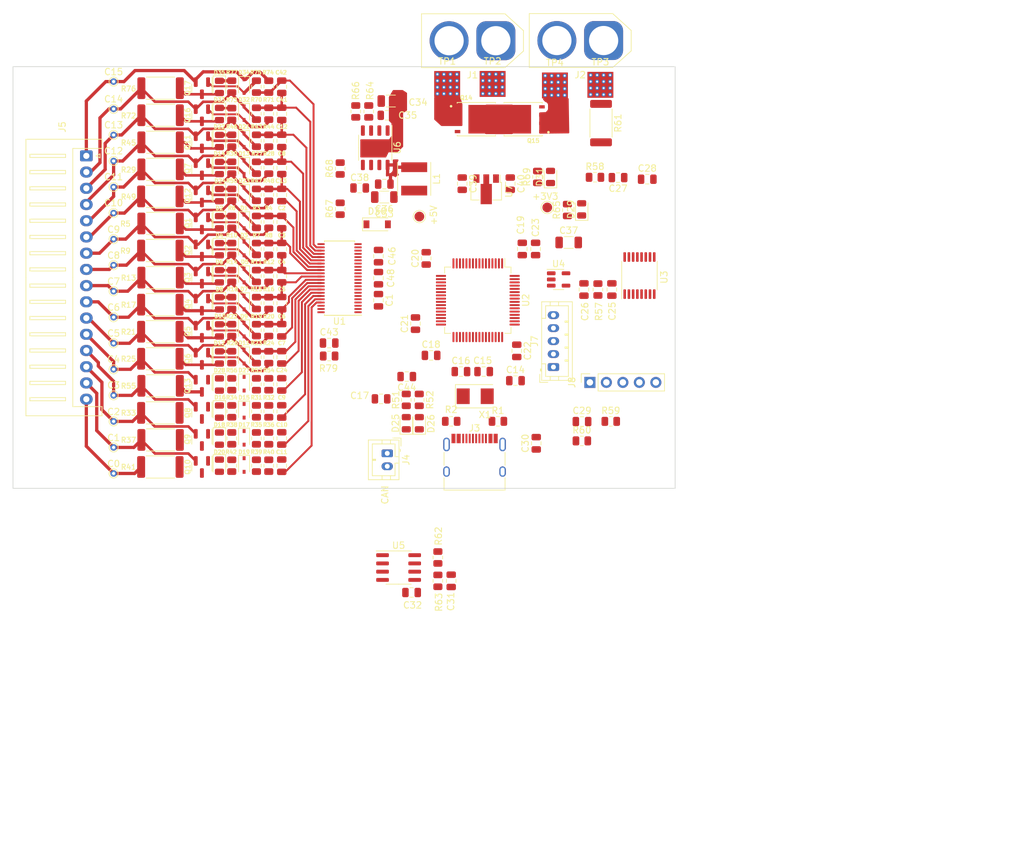
<source format=kicad_pcb>
(kicad_pcb (version 20211014) (generator pcbnew)
  (layers (0 "F.Cu" signal) (1 "In1.Cu" signal) (2 "In2.Cu" signal) (31 "B.Cu" signal) (34 "B.Paste" user) (35 "F.Paste" user) (36 "B.SilkS" user "B.Silkscreen") (37 "F.SilkS" user "F.Silkscreen") (38 "B.Mask" user) (39 "F.Mask" user) (44 "Edge.Cuts" user))
  (net 0 "")
  (net 1 "V+")
  (net 2 "Net-(D3-Pad2)")
  (net 3 "Net-(D4-Pad2)")
  (net 4 "Net-(D19-Pad2)")
  (net 5 "Net-(D5-Pad2)")
  (net 6 "Net-(D20-Pad2)")
  (net 7 "Net-(D6-Pad2)")
  (net 8 "Net-(D21-Pad2)")
  (net 9 "Net-(D22-Pad2)")
  (net 10 "Net-(D9-Pad2)")
  (net 11 "Net-(D23-Pad2)")
  (net 12 "Net-(D10-Pad2)")
  (net 13 "Net-(D11-Pad2)")
  (net 31 "Net-(Q14-Pad3)")
  (net 32 "/STM32L476/LED_RED")
  (net 33 "/STM32L476/LED_GREEN")
  (net 39 "/STM32L476/NRST")
  (net 40 "/STM32L476/SWCLK")
  (net 51 "PH0")
  (net 52 "PH1")
  (net 53 "VDDA")
  (net 54 "Net-(D1-Pad2)")
  (net 55 "Net-(D2-Pad2)")
  (net 56 "/Charge_control/BQ_PMON_EN")
  (net 57 "/Charge_control/BQ_PCHG_EN")
  (net 58 "/Charge_control/BQ_CP_EN")
  (net 59 "/Charge_control/BQ_DSG_EN")
  (net 60 "/Charge_control/BQ_CHG_EN")
  (net 62 "/Charge_control/CHARGER_V")
  (net 63 "/Charge_control/PACK_V")
  (net 67 "+3V3")
  (net 68 "+5V")
  (net 69 "/CAN/CAN_H")
  (net 70 "/CAN/CAN_L")
  (net 71 "/CAN/CAN_TX")
  (net 72 "/CAN/CAN_RX")
  (net 73 "Net-(D12-Pad2)")
  (net 74 "Net-(D13-Pad2)")
  (net 75 "Net-(D14-Pad2)")
  (net 76 "Net-(D16-Pad2)")
  (net 77 "Net-(D17-Pad2)")
  (net 78 "/STM32L476/USB_DP")
  (net 79 "/STM32L476/USB_DM")
  (net 80 "CHARGER+")
  (net 81 "GND")
  (net 82 "/STM32L476/SWDIO")
  (net 83 "/STM32L476/CURRENT_MEASURE_EN")
  (net 84 "Net-(D24-Pad2)")
  (net 85 "Net-(D25-Pad2)")
  (net 86 "Net-(D26-Pad2)")
  (net 87 "Net-(D29-Pad2)")
  (net 88 "Net-(D27-Pad2)")
  (net 89 "Net-(D33-Pad2)")
  (net 90 "Net-(D34-Pad2)")
  (net 91 "Net-(D35-Pad1)")
  (net 92 "Net-(D35-Pad2)")
  (net 93 "Net-(D28-Pad2)")
  (net 94 "Net-(D31-Pad2)")
  (net 95 "Net-(D32-Pad2)")
  (net 96 "/BQ76940/SENSE+_10")
  (net 97 "/BQ76940/SENSE+_9")
  (net 98 "/BQ76940/SENSE+_8")
  (net 99 "/BQ76940/SENSE+_7")
  (net 100 "/BQ76940/SENSE+_6")
  (net 101 "Net-(C44-Pad1)")
  (net 102 "Net-(C46-Pad2)")
  (net 103 "/BQ76940/Cell6/SENSE-")
  (net 108 "/BQ76940/SENSE+_5")
  (net 109 "/BQ76940/SENSE+_4")
  (net 110 "/BQ76940/SENSE+_12")
  (net 113 "/STM32L476/LTC_SDI")
  (net 114 "/STM32L476/LTC_SDO")
  (net 115 "/STM32L476/LTC_SCK")
  (net 116 "/STM32L476/LTC_CS")
  (net 117 "/BQ76940/SENSE+_11")
  (net 118 "/BQ76940/SENSE+_3")
  (net 119 "/BQ76940/SENSE+_2")
  (net 120 "/BQ76940/SENSE+_1")
  (net 121 "/BQ76940/Cell1/SENSE-")
  (net 122 "/BQ76940/SENSE+_13")
  (net 123 "/BQ76940/Cell11/SENSE-")
  (net 124 "Net-(C25-Pad1)")
  (net 125 "Net-(C25-Pad2)")
  (net 126 "Net-(C31-Pad1)")
  (net 127 "Net-(C33-Pad1)")
  (net 128 "Net-(C33-Pad2)")
  (net 129 "Net-(C38-Pad1)")
  (net 130 "/BQ76940/SENSE+_14")
  (net 131 "/BQ76940/SENSE+_15")
  (net 132 "Net-(D15-Pad2)")
  (net 133 "Net-(D18-Pad2)")
  (net 139 "Net-(J3-PadA5)")
  (net 141 "Net-(J3-PadB5)")
  (net 143 "Net-(Q14-Pad2)")
  (net 144 "Net-(Q15-Pad3)")
  (net 145 "Net-(R61-Pad1)")
  (net 146 "Net-(R64-Pad2)")
  (net 147 "Net-(R66-Pad2)")
  (net 148 "Net-(R67-Pad2)")
  (net 149 "Net-(C1-Pad1)")
  (net 150 "Net-(R59-Pad1)")
  (net 152 "Net-(D7-Pad2)")
  (net 153 "Net-(D8-Pad2)")
  (net 154 "Net-(D4-Pad1)")
  (net 155 "Net-(D2-Pad1)")
  (net 156 "Net-(D6-Pad1)")
  (net 157 "Net-(D8-Pad1)")
  (net 158 "Net-(D10-Pad1)")
  (net 159 "Net-(D12-Pad1)")
  (net 160 "Net-(D14-Pad1)")
  (net 161 "Net-(D16-Pad1)")
  (net 162 "Net-(D18-Pad1)")
  (net 163 "Net-(D20-Pad1)")
  (net 164 "Net-(D22-Pad1)")
  (net 165 "Net-(D24-Pad1)")
  (net 166 "Net-(D28-Pad1)")
  (net 167 "Net-(D33-Pad1)")
  (net 168 "/BQ76940/BQ_ALERT")
  (net 169 "/BQ76940/VC10X")
  (net 170 "Net-(C48-Pad2)")
  (net 171 "/BQ76940/VC5X")
  (net 172 "/BQ76940/BQ_SDA")
  (net 173 "/BQ76940/C10")
  (net 174 "/BQ76940/C9")
  (net 175 "/BQ76940/C8")
  (net 176 "/BQ76940/C7")
  (net 177 "/BQ76940/C6")
  (net 178 "/BQ76940/C5")
  (net 179 "/BQ76940/C12")
  (net 180 "/BQ76940/C3")
  (net 181 "/BQ76940/C2")
  (net 182 "/BQ76940/C1")
  (net 183 "/BQ76940/C13")
  (net 184 "/BQ76940/C11")
  (net 185 "/BQ76940/C4")
  (net 186 "/BQ76940/C14")
  (net 187 "/BQ76940/C15")
  (net 188 "/BQ76940/C0")
  (net 189 "/BQ76940/BAT")
  (net 190 "/BQ76940/TS3")
  (net 191 "/BQ76940/TS2")
  (net 192 "/BQ76940/BQ_SCL")
  (net 193 "/BQ76940/TS1")
  (footprint "Resistor_SMD:R_0805_2012Metric" (layer "F.Cu") (at 58.75 89.3 -90)
    (fp_text reference "R40")
    (fp_text value "10k")
  )
  (footprint "LED_SMD:LED_0805_2012Metric" (layer "F.Cu") (at 102.15 44.8 90)
    (fp_text reference "D31")
    (fp_text value "RED")
  )
  (footprint "Resistor_SMD:R_0805_2012Metric" (layer "F.Cu") (at 58.75 80.919176 -90)
    (fp_text reference "R32")
    (fp_text value "10k")
  )
  (footprint "Resistor_SMD:R_0805_2012Metric" (layer "F.Cu") (at 56.85 76.749279 90)
    (fp_text reference "R53")
    (fp_text value "1k")
  )
  (footprint "Diode_SMD:D_SOD-123" (layer "F.Cu") (at 75.45 52.1)
    (fp_text reference "D30")
    (fp_text value "D_Schottky")
  )
  (footprint "Package_TO_SOT_SMD:SOT-23" (layer "F.Cu") (at 48.45 89.49898 -90)
    (fp_text reference "Q10")
    (fp_text value "~")
  )
  (footprint "TestPoint:TestPoint_THTPad_D1.0mm_Drill0.5mm" (layer "F.Cu") (at 34.85 70.43333)
    (fp_text reference "TP17" hide)
    (fp_text value "C5")
  )
  (footprint "TestPoint:TestPoint_Pad_D1.5mm" (layer "F.Cu") (at 81.95 50.9 -90)
    (fp_text reference "TP5" hide)
    (fp_text value "+5V")
  )
  (footprint "LED_SMD:LED_0805_2012Metric" (layer "F.Cu") (at 51.15 89.3 -90)
    (fp_text reference "D20")
    (fp_text value "RED")
  )
  (footprint "Resistor_SMD:R_0805_2012Metric" (layer "F.Cu") (at 111.43 82.47)
    (fp_text reference "R59")
    (fp_text value "470k (was 520k)")
  )
  (footprint "Capacitor_SMD:C_0805_2012Metric" (layer "F.Cu") (at 60.75 55.919794 -90)
    (fp_text reference "C3")
    (fp_text value "~")
  )
  (footprint "TestPoint:TestPoint_THTPad_D1.0mm_Drill0.5mm" (layer "F.Cu") (at 34.85 78.459996)
    (fp_text reference "TP19" hide)
    (fp_text value "C3")
  )
  (footprint "Package_SO:HSOP-8-1EP_3.9x4.9mm_P1.27mm_EP2.41x3.1mm" (layer "F.Cu") (at 75.15 40.3 -90)
    (fp_text reference "U6")
    (fp_text value "SY8502")
  )
  (footprint "Resistor_SMD:R_0805_2012Metric" (layer "F.Cu") (at 53.05 76.749279 90)
    (fp_text reference "R56")
    (fp_text value "470")
  )
  (footprint "Resistor_SMD:R_0805_2012Metric" (layer "F.Cu") (at 58.75 39.220206 -90)
    (fp_text reference "R44")
    (fp_text value "10k")
  )
  (footprint "LED_SMD:LED_0805_2012Metric" (layer "F.Cu") (at 81.941125 82.76 90)
    (fp_text reference "D26")
    (fp_text value "GREEN")
  )
  (footprint "Diode_SMD:D_SOD-323" (layer "F.Cu") (at 54.95 34.970309 -90)
    (fp_text reference "D32")
    (fp_text value "~")
  )
  (footprint "Connector_AMASS:AMASS_XT60-M_1x02_P7.20mm_Vertical" (layer "F.Cu") (at 110.330157 23.775 180)
    (fp_text reference "J2")
    (fp_text value "Conn_01x02")
  )
  (footprint "Package_TO_SOT_SMD:SOT-23" (layer "F.Cu") (at 48.45 47.8 -90)
    (fp_text reference "Q12")
    (fp_text value "~")
  )
  (footprint "Resistor_SMD:R_0805_2012Metric" (layer "F.Cu") (at 84.8 107.05 -90)
    (fp_text reference "R63")
    (fp_text value "56")
  )
  (footprint "Resistor_SMD:R_2512_6332Metric" (layer "F.Cu") (at 42.05 89.49898)
    (fp_text reference "R41")
    (fp_text value "33")
  )
  (footprint "LED_SMD:LED_0805_2012Metric" (layer "F.Cu") (at 51.15 72.619382 -90)
    (fp_text reference "D12")
    (fp_text value "RED")
  )
  (footprint "Package_TO_SOT_SMD:SOT-23" (layer "F.Cu") (at 48.45 85.329073 -90)
    (fp_text reference "Q9")
    (fp_text value "~")
  )
  (footprint "Capacitor_SMD:C_1206_3216Metric" (layer "F.Cu") (at 77.55 33.1)
    (fp_text reference "C34")
    (fp_text value "2.2u/100V")
  )
  (footprint "Capacitor_SMD:C_0805_2012Metric" (layer "F.Cu") (at 88.35 74.8)
    (fp_text reference "C16")
    (fp_text value "20p")
  )
  (footprint "LED_SMD:LED_0805_2012Metric" (layer "F.Cu") (at 51.15 76.789279 -90)
    (fp_text reference "D28")
    (fp_text value "RED")
  )
  (footprint "TestPoint:TestPoint_THTPad_D1.0mm_Drill0.5mm" (layer "F.Cu") (at 34.85 54.379998)
    (fp_text reference "TP13" hide)
    (fp_text value "C9")
  )
  (footprint "Diode_SMD:D_SOD-323" (layer "F.Cu") (at 54.95 43.3 -90)
    (fp_text reference "D13")
    (fp_text value "~")
  )
  (footprint "Resistor_SMD:R_0805_2012Metric" (layer "F.Cu") (at 56.85 85.089073 90)
    (fp_text reference "R35")
    (fp_text value "1k")
  )
  (footprint "Resistor_SMD:R_2512_6332Metric" (layer "F.Cu") (at 42.05 64.479588)
    (fp_text reference "R17")
    (fp_text value "33")
  )
  (footprint "Capacitor_SMD:C_0805_2012Metric" (layer "F.Cu") (at 88.55 45.8375 -90)
    (fp_text reference "C39")
    (fp_text value "1u")
  )
  (footprint "Package_TO_SOT_SMD:SOT-23" (layer "F.Cu") (at 48.45 72.819382 -90)
    (fp_text reference "Q6")
    (fp_text value "~")
  )
  (footprint "FLUX-BMS:PAD" (layer "F.Cu") (at 93.230157 27.46)
    (fp_text reference "TP2")
    (fp_text value "TestPoint")
  )
  (footprint "Resistor_SMD:R_0805_2012Metric" (layer "F.Cu") (at 100.15 44.8 90)
    (fp_text reference "R69")
    (fp_text value "1k")
  )
  (footprint "TestPoint:TestPoint_THTPad_D1.0mm_Drill0.5mm" (layer "F.Cu") (at 34.85 46.353332)
    (fp_text reference "TP11" hide)
    (fp_text value "C11")
  )
  (footprint "Resistor_SMD:R_2512_6332Metric" (layer "F.Cu") (at 109.930157 36.5 -90)
    (fp_text reference "R61")
    (fp_text value "0.005")
  )
  (footprint "Resistor_SMD:R_0805_2012Metric" (layer "F.Cu") (at 53.05 68.409485 90)
    (fp_text reference "R22")
    (fp_text value "470")
  )
  (footprint "Resistor_SMD:R_0805_2012Metric" (layer "F.Cu") (at 56.85 43.38 90)
    (fp_text reference "R27")
    (fp_text value "1k")
  )
  (footprint "TestPoint:TestPoint_THTPad_D1.0mm_Drill0.5mm" (layer "F.Cu") (at 34.85 74.446663)
    (fp_text reference "TP18" hide)
    (fp_text value "C4")
  )
  (footprint "Connector_USB:USB_C_Receptacle_HRO_TYPE-C-31-M-12" (layer "F.Cu") (at 90.45 89.16)
    (fp_text reference "J3")
    (fp_text value "USB_C_Receptacle_USB2.0")
  )
  (footprint "Capacitor_SMD:C_0805_2012Metric" (layer "F.Cu") (at 96.75 76.2)
    (fp_text reference "C14")
    (fp_text value "C")
  )
  (footprint "Resistor_SMD:R_0805_2012Metric" (layer "F.Cu") (at 53.05 64.239588 90)
    (fp_text reference "R18")
    (fp_text value "470")
  )
  (footprint "Resistor_SMD:R_2512_6332Metric" (layer "F.Cu") (at 42.0875 76.989279)
    (fp_text reference "R55")
    (fp_text value "33")
  )
  (footprint "Resistor_SMD:R_2512_6332Metric" (layer "F.Cu") (at 42.0875 60.309691)
    (fp_text reference "R13")
    (fp_text value "33")
  )
  (footprint "Capacitor_SMD:C_0805_2012Metric" (layer "F.Cu") (at 60.75 72.599382 -90)
    (fp_text reference "C7")
    (fp_text value "~")
  )
  (footprint "Resistor_SMD:R_2512_6332Metric" (layer "F.Cu") (at 42.0875 51.969897)
    (fp_text reference "R5")
    (fp_text value "33")
  )
  (footprint "Capacitor_SMD:C_0805_2012Metric" (layer "F.Cu") (at 60.75 30.900412 -90)
    (fp_text reference "C42")
    (fp_text value "~")
  )
  (footprint "Diode_SMD:D_SOD-323" (layer "F.Cu") (at 54.95 59.989691 -90)
    (fp_text reference "D5")
    (fp_text value "~")
  )
  (footprint "FLUX-BMS:TRANS_BSC076N06NS3-G" (layer "F.Cu") (at 97.930157 35.9 180)
    (fp_text reference "Q15")
    (fp_text value "Q_NMOS_SDG")
  )
  (footprint "Resistor_SMD:R_0805_2012Metric" (layer "F.Cu") (at 58.75 76.749279 -90)
    (fp_text reference "R54")
    (fp_text value "10k")
  )
  (footprint "Resistor_SMD:R_0805_2012Metric" (layer "F.Cu") (at 53.05 39.220206 90)
    (fp_text reference "R46")
    (fp_text value "470")
  )
  (footprint "Capacitor_SMD:C_0805_2012Metric" (layer "F.Cu") (at 80.75 108.85 180)
    (fp_text reference "C32")
    (fp_text value "2u2")
  )
  (footprint "LED_SMD:LED_0805_2012Metric" (layer "F.Cu") (at 51.15 51.769897 -90)
    (fp_text reference "D2")
    (fp_text value "RED")
  )
  (footprint "MountingHole:MountingHole_3.2mm_M3" (layer "F.Cu") (at 23.35 31.8)
    (fp_text reference "H1" hide)
    (fp_text value "MountingHole")
  )
  (footprint "Capacitor_SMD:C_0805_2012Metric" (layer "F.Cu") (at 60.75 85.1 -90)
    (fp_text reference "C10")
    (fp_text value "~")
  )
  (footprint "Package_SO:SOIC-8_3.9x4.9mm_P1.27mm" (layer "F.Cu") (at 78.75 105)
    (fp_text reference "U5")
    (fp_text value "TJA1051T-3")
  )
  (footprint "Connector_JST:JST_PH_B5B-PH-K_1x05_P2.00mm_Vertical" (layer "F.Cu") (at 102.6 74.1 90)
    (fp_text reference "J7")
    (fp_text value "Conn_01x05")
  )
  (footprint "Resistor_SMD:R_0805_2012Metric" (layer "F.Cu") (at 53.05 51.729897 90)
    (fp_text reference "R6")
    (fp_text value "470")
  )
  (footprint "Capacitor_SMD:C_0805_2012Metric" (layer "F.Cu") (at 76.05 79)
    (fp_text reference "C17")
    (fp_text value "100n")
  )
  (footprint "Resistor_SMD:R_0805_2012Metric" (layer "F.Cu") (at 56.85 68.409485 90)
    (fp_text reference "R19")
    (fp_text value "1k")
  )
  (footprint "Resistor_SMD:R_2512_6332Metric" (layer "F.Cu") (at 42.0875 35.290309)
    (fp_text reference "R72")
    (fp_text value "33")
  )
  (footprint "Capacitor_SMD:C_0805_2012Metric" (layer "F.Cu") (at 91.85 74.8 180)
    (fp_text reference "C15")
    (fp_text value "20p")
  )
  (footprint "Resistor_SMD:R_0805_2012Metric" (layer "F.Cu") (at 56.85 64.239588 90)
    (fp_text reference "R15")
    (fp_text value "1k")
  )
  (footprint "Resistor_SMD:R_0805_2012Metric" (layer "F.Cu") (at 94.05 82.46)
    (fp_text reference "R1")
    (fp_text value "5k1")
  )
  (footprint "Package_TO_SOT_SMD:SOT-23" (layer "F.Cu") (at 48.45 31.120412 -90)
    (fp_text reference "Q17")
    (fp_text value "~")
  )
  (footprint "Capacitor_SMD:C_0805_2012Metric" (layer "F.Cu") (at 107.300841 62.15048 -90)
    (fp_text reference "C26")
    (fp_text value "10n")
  )
  (footprint "TestPoint:TestPoint_THTPad_D1.0mm_Drill0.5mm" (layer "F.Cu") (at 34.85 34.313333)
    (fp_text reference "TP8" hide)
    (fp_text value "C14")
  )
  (footprint "Diode_SMD:D_SOD-323" (layer "F.Cu") (at 54.95 47.48 -90)
    (fp_text reference "D23")
    (fp_text value "~")
  )
  (footprint "Capacitor_SMD:C_0805_2012Metric" (layer "F.Cu") (at 72.75 46.5 180)
    (fp_text reference "C38")
    (fp_text value "1u")
  )
  (footprint "LED_SMD:LED_0805_2012Metric" (layer "F.Cu") (at 79.931125 82.76 90)
    (fp_text reference "D25")
    (fp_text value "RED")
  )
  (footprint "Diode_SMD:D_SOD-323" (layer "F.Cu") (at 54.95 72.499382 -90)
    (fp_text reference "D11")
    (fp_text value "~")
  )
  (footprint "Diode_SMD:D_SOD-323" (layer "F.Cu") (at 54.95 39.140206 -90)
    (fp_text reference "D21")
    (fp_text value "~")
  )
  (footprint "Diode_SMD:D_SOD-323" (layer "F.Cu") (at 54.95 68.329485 -90)
    (fp_text reference "D9")
    (fp_text value "~")
  )
  (footprint "Resistor_SMD:R_0805_2012Metric" (layer "F.Cu") (at 53.05 35.1 90)
    (fp_text reference "R73")
    (fp_text value "470")
  )
  (footprint "Resistor_SMD:R_0805_2012Metric" (layer "F.Cu") (at 56.85 51.729897 90)
    (fp_text reference "R3")
    (fp_text value "1k")
  )
  (footprint "Resistor_SMD:R_0805_2012Metric" (layer "F.Cu") (at 69.75 43.5 90)
    (fp_text reference "R68")
    (fp_text value "31k6")
  )
  (footprint "Package_TO_SOT_SMD:SOT-89-3" (layer "F.Cu") (at 92.25 46.7 -90)
    (fp_text reference "U7")
    (fp_text value "SE8533")
  )
  (footprint "FLUX-BMS:PAD" (layer "F.Cu") (at 109.830157 27.6)
    (fp_text reference "TP3")
    (fp_text value "TestPoint")
  )
  (footprint "Resistor_SMD:R_0805_2012Metric" (layer "F.Cu") (at 53.05 72.579382 90)
    (fp_text reference "R26")
    (fp_text value "470")
  )
  (footprint "LED_SMD:LED_0805_2012Metric" (layer "F.Cu") (at 106.95 49.8 90)
    (fp_text reference "D29")
    (fp_text value "RED")
  )
  (footprint "Diode_SMD:D_SOD-323" (layer "F.Cu") (at 54.95 76.669279 -90)
    (fp_text reference "D27")
    (fp_text value "~")
  )
  (footprint "Resistor_SMD:R_0805_2012Metric" (layer "F.Cu") (at 56.85 80.919176 90)
    (fp_text reference "R31")
    (fp_text value "1k")
  )
  (footprint "LED_SMD:LED_0805_2012Metric" (layer "F.Cu") (at 51.15 39.260206 -90)
    (fp_text reference "D22")
    (fp_text value "RED")
  )
  (footprint "Package_TO_SOT_SMD:SOT-23" (layer "F.Cu") (at 48.45 64.479588 -90)
    (fp_text reference "Q4")
    (fp_text value "~")
  )
  (footprint "LED_SMD:LED_0805_2012Metric" (layer "F.Cu") (at 51.15 55.939794 -90)
    (fp_text reference "D4")
    (fp_text value "RED")
  )
  (footprint "Package_TO_SOT_SMD:SOT-23" (layer "F.Cu") (at 48.45 76.989279 -90)
    (fp_text reference "Q13")
    (fp_text value "~")
  )
  (footprint "Resistor_SMD:R_0805_2012Metric" (layer "F.Cu") (at 74.15 34.7 -90)
    (fp_text reference "R64")
    (fp_text value "100k")
  )
  (footprint "Capacitor_SMD:C_0805_2012Metric" (layer "F.Cu") (at 60.75 76.769279 -90)
    (fp_text reference "C24")
    (fp_text value "~")
  )
  (footprint "TestPoint:TestPoint_THTPad_D1.0mm_Drill0.5mm" (layer "F.Cu") (at 34.85 42.339999)
    (fp_text reference "TP10" hide)
    (fp_text value "C12")
  )
  (footprint "Package_SO:TSSOP-16_4.4x5mm_P0.65mm" (layer "F.Cu") (at 115.85 60 90)
    (fp_text reference "U3")
    (fp_text value "BQ76200PW")
  )
  (footprint "Resistor_SMD:R_0805_2012Metric" (layer "F.Cu") (at 58.75 60.069691 -90)
    (fp_text reference "R12")
    (fp_text value "10k")
  )
  (footprint "TestPoint:TestPoint_THTPad_D1.0mm_Drill0.5mm" (layer "F.Cu") (at 34.85 30.1)
    (fp_text reference "TP7" hide)
    (fp_text value "C15")
  )
  (footprint "Resistor_SMD:R_2512_6332Metric" (layer "F.Cu") (at 42.0875 43.630103)
    (fp_text reference "R29")
    (fp_text value "33")
  )
  (footprint "Package_TO_SOT_SMD:SOT-23" (layer "F.Cu") (at 48.45 68.649485 -90)
    (fp_text reference "Q5")
    (fp_text value "~")
  )
  (footprint "Capacitor_SMD:C_0805_2012Metric" (layer "F.Cu") (at 60.75 39.240206 -90)
    (fp_text reference "C12")
    (fp_text value "~")
  )
  (footprint "Capacitor_SMD:C_0805_2012Metric" (layer "F.Cu") (at 60.75 64.259588 -90)
    (fp_text reference "C5")
    (fp_text value "~")
  )
  (footprint "LED_SMD:LED_0805_2012Metric" (layer "F.Cu") (at 51.15 30.920412 -90)
    (fp_text reference "D35")
    (fp_text value "RED")
  )
  (footprint "Resistor_SMD:R_0805_2012Metric" (layer "F.Cu") (at 84.8 103.45 -90)
    (fp_text reference "R62")
    (fp_text value "56")
  )
  (footprint "MountingHole:MountingHole_3.2mm_M3" (layer "F.Cu") (at 117.35 31.8)
    (fp_text reference "H3" hide)
    (fp_text value "MountingHole")
  )
  (footprint "Capacitor_SMD:C_0805_2012Metric" (layer "F.Cu") (at 75.65 57 90)
    (fp_text reference "C46")
    (fp_text value "1u")
  )
  (footprint "Resistor_SMD:R_0805_2012Metric" (layer "F.Cu") (at 104.75 49.9 90)
    (fp_text reference "R65")
    (fp_text value "1k")
  )
  (footprint "Resistor_SMD:R_2512_6332Metric" (layer "F.Cu") (at 42.05 47.8)
    (fp_text reference "R49")
    (fp_text value "33")
  )
  (footprint "Resistor_SMD:R_0805_2012Metric" (layer "F.Cu") (at 109 44.85)
    (fp_text reference "R58")
    (fp_text value "100")
  )
  (footprint "Crystal:Crystal_SMD_5032-2Pin_5.0x3.2mm" (layer "F.Cu") (at 90.55 78.6)
    (fp_text reference "X1")
    (fp_text value "8MHz(16pF)")
  )
  (footprint "Package_SO:TSSOP-44_4.4x11.2mm_P0.5mm" (layer "F.Cu") (at 69.65 60.4 180)
    (fp_text reference "U1")
    (fp_text value "BQ76940DBT")
  )
  (footprint "Capacitor_SMD:C_0805_2012Metric" (layer "F.Cu") (at 117.05 45.15)
    (fp_text reference "C28")
    (fp_text value "100n")
  )
  (footprint "Diode_SMD:D_SOD-323" (layer "F.Cu") (at 54.95 64.159588 -90)
    (fp_text reference "D7")
    (fp_text value "~")
  )
  (footprint "Connector_PinSocket_2.54mm:PinSocket_1x05_P2.54mm_Vertical" (layer "F.Cu") (at 108.215 76.465 90)
    (fp_text reference "J8")
    (fp_text value "Conn_01x05")
  )
  (footprint "Diode_SMD:D_SOD-323" (layer "F.Cu") (at 54.95 85.009073 -90)
    (fp_text reference "D17")
    (fp_text value "~")
  )
  (footprint "Resistor_SMD:R_0805_2012Metric" (layer "F.Cu") (at 53.05 47.56 90)
    (fp_text reference "R50")
    (fp_text value "470")
  )
  (footprint "Resistor_SMD:R_0805_2012Metric" (layer "F.Cu") (at 58.75 72.579382 -90)
    (fp_text reference "R24")
    (fp_text value "10k")
  )
  (footprint "Resistor_SMD:R_0805_2012Metric" (layer "F.Cu") (at 56.85 35.050309 90)
    (fp_text reference "R70")
    (fp_text value "1k")
  )
  (footprint "Capacitor_SMD:C_0805_2012Metric" (layer "F.Cu") (at 76.95 35.3)
    (fp_text reference "C35")
    (fp_text value "220n")
  )
  (footprint "Resistor_SMD:R_0805_2012Metric" (layer "F.Cu") (at 58.75 43.38 -90)
    (fp_text reference "R28")
    (fp_text value "10k")
  )
  (footprint "Package_TO_SOT_SMD:SOT-23" (layer "F.Cu") (at 48.45 51.969897 -90)
    (fp_text reference "Q1")
    (fp_text value "~")
  )
  (footprint "Resistor_SMD:R_0805_2012Metric" (layer "F.Cu") (at 69.75 49.7 90)
    (fp_text reference "R67")
    (fp_text value "100k")
  )
  (footprint "Resistor_SMD:R_0805_2012Metric" (layer "F.Cu") (at 53.05 43.38 90)
    (fp_text reference "R30")
    (fp_text value "470")
  )
  (footprint "MountingHole:MountingHole_3.2mm_M3" (layer "F.Cu") (at 23.35 88.8)
    (fp_text reference "H2" hide)
    (fp_text value "MountingHole")
  )
  (footprint "Package_TO_SOT_SMD:SOT-23" (layer "F.Cu") (at 48.45 35.290309 -90)
    (fp_text reference "Q16")
    (fp_text value "~")
  )
  (footprint "Capacitor_SMD:C_0805_2012Metric" (layer "F.Cu") (at 83 57.35 90)
    (fp_text reference "C20")
    (fp_text value "100n")
  )
  (footprint "Resistor_SMD:R_0805_2012Metric" (layer "F.Cu") (at 58.75 55.899794 -90)
    (fp_text reference "R8")
    (fp_text value "10k")
  )
  (footprint "Resistor_SMD:R_0805_2012Metric" (layer "F.Cu") (at 58.75 68.409485 -90)
    (fp_text reference "R20")
    (fp_text value "10k")
  )
  (footprint "Resistor_SMD:R_0805_2012Metric" (layer "F.Cu") (at 56.85 89.3 90)
    (fp_text reference "R39")
    (fp_text value "1k")
  )
  (footprint "Resistor_SMD:R_0805_2012Metric" (layer "F.Cu") (at 56.85 55.899794 90)
    (fp_text reference "R7")
    (fp_text value "1k")
  )
  (footprint "Resistor_SMD:R_0805_2012Metric" (layer "F.Cu") (at 53.05 30.880412 90)
    (fp_text reference "R77")
    (fp_text value "470")
  )
  (footprint "Package_TO_SOT_SMD:SOT-23" (layer "F.Cu") (at 48.45 81.159176 -90)
    (fp_text reference "Q8")
    (fp_text value "~")
  )
  (footprint "Resistor_SMD:R_2512_6332Metric" (layer "F.Cu") (at 42.0875 85.329073)
    (fp_text reference "R37")
    (fp_text value "33")
  )
  (footprint "Diode_SMD:D_SOD-323" (layer "F.Cu") (at 54.95 51.649897 -90)
    (fp_text reference "D1")
    (fp_text value "~")
  )
  (footprint "Resistor_SMD:R_0805_2012Metric" (layer "F.Cu") (at 86.85 82.46 180)
    (fp_text reference "R2")
    (fp_text value "5k1")
  )
  (footprint "Resistor_SMD:R_0805_2012Metric" (layer "F.Cu") (at 58.75 35.050309 -90)
    (fp_text reference "R71")
    (fp_text value "10k")
  )
  (footprint "Package_TO_SOT_SMD:SOT-23" (layer "F.Cu") (at 48.45 56.139794 -90)
    (fp_text reference "Q2")
    (fp_text value "~")
  )
  (footprint "Package_TO_SOT_SMD:SOT-23" (layer "F.Cu") (at 48.45 60.309691 -90)
    (fp_text reference "Q3")
    (fp_text value "~")
  )
  (footprint "LED_SMD:LED_0805_2012Metric" (layer "F.Cu") (at 51.15 68.449485 -90)
    (fp_text reference "D10")
    (fp_text value "RED")
  )
  (footprint "LED_SMD:LED_0805_2012Metric" (layer "F.Cu") (at 51.15 60.109691 -90)
    (fp_text reference "D6")
    (fp_text value "RED")
  )
  (footprint "TestPoint:TestPoint_Pad_D1.5mm" (layer "F.Cu") (at 101.65 49.5)
    (fp_text reference "TP6" hide)
    (fp_text value "+3V3")
  )
  (footprint "Capacitor_SMD:C_0805_2012Metric" (layer "F.Cu") (at 76.55 45.9)
    (fp_text reference "C33")
    (fp_text value "1u")
  )
  (footprint "Resistor_SMD:R_0805_2012Metric" (layer "F.Cu") (at 56.85 60.069691 90)
    (fp_text reference "R11")
    (fp_text value "1k")
  )
  (footprint "Diode_SMD:D_SOD-323" (layer "F.Cu") (at 54.95 30.800412 -90)
    (fp_text reference "D34")
    (fp_text value "~")
  )
  (footprint "Resistor_SMD:R_0805_2012Metric" (layer "F.Cu") (at 56.85 47.56 90)
    (fp_text reference "R47")
    (fp_text value "1k")
  )
  (footprint "Resistor_SMD:R_2512_6332Metric" (layer "F.Cu") (at 42.0875 39.460206)
    (fp_text reference "R45")
    (fp_text value "33")
  )
  (footprint "LED_SMD:LED_0805_2012Metric" (layer "F.Cu") (at 51.15 85.129073 -90)
    (fp_text reference "D18")
    (fp_text value "RED")
  )
  (footprint "FLUX-BMS:TRANS_BSC076N06NS3-G" (layer "F.Cu") (at 90.727657 35.9)
    (fp_text reference "Q14")
    (fp_text value "YJG30N06A")
  )
  (footprint "Resistor_SMD:R_2512_6332Metric" (layer "F.Cu") (at 42.0875 31.120412)
    (fp_text reference "R76")
    (fp_text value "33")
  )
  (footprint "Capacitor_SMD:C_1206_3216Metric" (layer "F.Cu") (at 104.95 54.9)
    (fp_text reference "C37")
    (fp_text value "22u")
  )
  (footprint "Capacitor_SMD:C_0805_2012Metric" (layer "F.Cu") (at 60.75 80.939176 -90)
    (fp_text reference "C9")
    (fp_text value "~")
  )
  (footprint "TestPoint:TestPoint_THTPad_D1.0mm_Drill0.5mm" (layer "F.Cu") (at 34.85 62.406664)
    (fp_text reference "TP15" hide)
    (fp_text value "C7")
  )
  (footprint "Capacitor_SMD:C_0805_2012Metric" (layer "F.Cu") (at 60.75 89.3 -90)
    (fp_text reference "C11")
    (fp_text value "~")
  )
  (footprint "Resistor_SMD:R_0805_2012Metric" (layer "F.Cu") (at 53.05 89.3 90)
    (fp_text reference "R42")
    (fp_text value "470")
  )
  (footprint "Capacitor_SMD:C_0805_2012Metric" (layer "F.Cu") (at 83.75 72.3)
    (fp_text reference "C18")
    (fp_text value "1u")
  )
  (footprint "Capacitor_SMD:C_0805_2012Metric" (layer "F.Cu") (at 60.75 68.429485 -90)
    (fp_text reference "C6")
    (fp_text value "~")
  )
  (footprint "Capacitor_SMD:C_0805_2012Metric" (layer "F.Cu") (at 80.006125 75.565 180)
    (fp_text reference "C44")
    (fp_text value "4u7")
  )
  (footprint "Resistor_SMD:R_0805_2012Metric" (layer "F.Cu") (at 81.931125 79.16 -90)
    (fp_text reference "R52")
    (fp_text value "100")
  )
  (footprint "Inductor_SMD:L_Taiyo-Yuden_NR-50xx" (layer "F.Cu") (at 81.15 45.1 -90)
    (fp_text reference "L1")
    (fp_text value "47u")
  )
  (footprint "Diode_SMD:D_SOD-323" (layer "F.Cu") (at 54.95 80.839176 -90)
    (fp_text reference "D15")
    (fp_text value "~")
  )
  (footprint "LED_SMD:LED_0805_2012Metric" (layer "F.Cu") (at 51.15 80.959176 -90)
    (fp_text reference "D16")
    (fp_text value "RED")
  )
  (footprint "Package_QFP:LQFP-64_10x10mm_P0.5mm" (layer "F.Cu") (at 90.95 63.8 -90)
    (fp_text reference "U2")
    (fp_text value "STM32L476RGTx")
  )
  (footprint "Capacitor_SMD:C_0805_2012Metric" (layer "F.Cu") (at 81.35 67.4 90)
    (fp_text reference "C21")
    (fp_text value "100n")
  )
  (footprint "Diode_SMD:D_SOD-323" (layer "F.Cu") (at 54.95 89.2 -90)
    (fp_text reference "D19")
    (fp_text value "~")
  )
  (footprint "Resistor_SMD:R_0805_2012Metric" (layer "F.Cu") (at 53.05 85.089073 90)
    (fp_text reference "R38")
    (fp_text value "470")
  )
  (footprint "Resistor_SMD:R_0805_2012Metric" (layer "F.Cu") (at 56.85 30.880412 90)
    (fp_text reference "R75")
    (fp_text value "10k")
  )
  (footprint "Resistor_SMD:R_0805_2012Metric" (layer "F.Cu") (at 72.15 34.7 -90)
    (fp_text reference "R66")
    (fp_text value "1.6M")
  )
  (footprint "TestPoint:TestPoint_THTPad_D1.0mm_Drill0.5mm" (layer "F.Cu") (at 34.85 66.419997)
    (fp_text reference "TP16" hide)
    (fp_text value "C6")
  )
  (footprint "Capacitor_SMD:C_0805_2012Metric" (layer "F.Cu") (at 112.55 44.9 180)
    (fp_text reference "C27")
    (fp_text value "10n")
  )
  (footprint "Connector_JST:JST_PH_B2B-PH-K_1x02_P2.00mm_Vertical" (layer "F.Cu") (at 77 87.4 -90)
    (fp_text reference "J4")
    (fp_text value "CAN")
  )
  (footprint "Capacitor_SMD:C_0805_2012Metric" (layer "F.Cu") (at 60.75 35.070309 -90)
    (fp_text reference "C41")
    (fp_text value "~")
  )
  (footprint "Capacitor_SMD:C_0805_2012Metric" (layer "F.Cu") (at 97.8 55.9 90)
    (fp_text reference "C19")
    (fp_text value "100n")
  )
  (footprint "Package_TO_SOT_SMD:SOT-23-5" (layer "F.Cu") (at 103.4 60.6)
    (fp_text reference "U4")
    (fp_text value "INA180A2")
  )
  (footprint "Resistor_SMD:R_0805_2012Metric" (layer "F.Cu") (at 79.931125 79.16 -90)
    (fp_text reference "R51")
    (fp_text value "100")
  )
  (footprint "Resistor_SMD:R_2512_6332Metric" (layer "F.Cu") (at 42.05 72.819382)
    (fp_text reference "R25")
    (fp_text value "33")
  )
  (footprint "Resistor_SMD:R_2512_6332Metric" (layer "F.Cu") (at 42.05 68.649485)
    (fp_text reference "R21")
    (fp_text value "33")
  )
  (footprint "LED_SMD:LED_0805_2012Metric" (layer "F.Cu") (at 51.15 64.279588 -90)
    (fp_text reference "D8")
    (fp_text value "RED")
  )
  (footprint "Resistor_SMD:R_0805_2012Metric" (layer "F.Cu") (at 109.450841 62.15048 -90)
    (fp_text reference "R57")
    (fp_text value "100")
  )
  (footprint "Capacitor_SMD:C_0805_2012Metric" (layer "F.Cu") (at 60.75 43.4 -90)
    (fp_text reference "C8")
    (fp_text value "~")
  )
  (footprint "TestPoint:TestPoint_THTPad_D1.0mm_Drill0.5mm" (layer "F.Cu") (at 34.85 90.5)
    (fp_text reference "TP22" hide)
    (fp_text value "C0")
  )
  (footprint "Capacitor_SMD:C_0805_2012Metric" (layer "F.Cu") (at 68.05 70.4)
    (fp_text reference "C43")
    (fp_text value "470p")
  )
  (footprint "Connector_AMASS:AMASS_XT60-M_1x02_P7.20mm_Vertical" (layer "F.Cu") (at 93.730157 23.8 180)
    (fp_text reference "J1")
    (fp_text value "Conn_01x02")
  )
  (footprint "Resistor_SMD:R_0805_2012Metric" (layer "F.Cu") (at 58.75 47.56 -90)
    (fp_text reference "R48")
    (fp_text value "10k")
  )
  (footprint "Package_TO_SOT_SMD:SOT-23" (layer "F.Cu") (at 48.45 39.460206 -90)
    (fp_text reference "Q11")
    (fp_text value "~")
  )
  (footprint "Capacitor_SMD:C_0805_2012Metric" (layer "F.Cu") (at 86.85 107.05 90)
    (fp_text reference "C31")
    (fp_text value "1n")
  )
  (footprint "Resistor_SMD:R_2512_6332Metric" (layer "F.Cu") (at 42.05 56.139794)
    (fp_text reference "R9")
    (fp_text value "33")
  )
  (footprint "LED_SMD:LED_0805_2012Metric" (layer "F.Cu") (at 51.15 47.6 -90)
    (fp_text reference "D24")
    (fp_text value "RED")
  )
  (footprint "Capacitor_SMD:C_0805_2012Metric" (layer "F.Cu") (at 75.65 60.4 90)
    (fp_text reference "C48")
    (fp_text value "1u")
  )
  (footprint "Resistor_SMD:R_0805_2012Metric" (layer "F.Cu") (at 68.05 72.4)
    (fp_text reference "R79")
    (fp_text value "499k")
  )
  (footprint "Capacitor_SMD:C_0805_2012Metric" (layer "F.Cu") (at 107 82.5)
    (fp_text reference "C29")
    (fp_text value "100n")
  )
  (footprint "Diode_SMD:D_SOD-323" (layer "F.Cu") (at 54.95 55.819794 -90)
    (fp_text reference "D3")
    (fp_text value "~")
  )
  (footprint "Resistor_SMD:R_0805_2012Metric" (layer "F.Cu") (at 58.75 30.880412 -90)
    (fp_text reference "R74")
    (fp_text value "1k")
  )
  (footprint "Capacitor_SMD:C_0805_2012Metric" (layer "F.Cu") (at 111.600841 62.15048 90)
    (fp_text reference "C25")
    (fp_text value "470n")
  )
  (footprint "Resistor_SMD:R_0805_2012Metric" (layer "F.Cu") (at 53.05 55.899794 90)
    (fp_text reference "R10")
    (fp_text value "470")
  )
  (footprint "TestPoint:TestPoint_THTPad_D1.0mm_Drill0.5mm" (layer "F.Cu") (at 34.85 82.473329)
    (fp_text reference "TP20" hide)
    (fp_text value "C2")
  )
  (footprint "Resistor_SMD:R_0805_2012Metric" (layer "F.Cu") (at 53.05 60.069691 90)
    (fp_text reference "R14")
    (fp_text value "470")
  )
  (footprint "Resistor_SMD:R_0805_2012Metric" (layer "F.Cu") (at 53.05 80.919176 90)
    (fp_text reference "R34")
    (fp_text value "470")
  )
  (footprint "Package_TO_SOT_SMD:SOT-23" (layer "F.Cu") (at 48.45 43.62 -90)
    (fp_text reference "Q7")
    (fp_text value "~")
  )
  (footprint "Resistor_SMD:R_0805_2012Metric" (layer "F.Cu") (at 56.85 72.579382 90)
    (fp_text reference "R23")
    (fp_text value "1k")
  )
  (footprint "LED_SMD:LED_0805_2012Metric" (layer "F.Cu") (at 51.15 35.090309 -90)
    (fp_text reference "D33")
    (fp_text value "RED")
  )
  (footprint "Capacitor_SMD:C_0805_2012Metric" (layer "F.Cu") (at 99.95 85.85 90)
    (fp_text reference "C30")
    (fp_text value "2u2")
  )
  (footprint "Resistor_SMD:R_2512_6332Metric" (layer "F.Cu") (at 42.05 81.159176)
    (fp_text reference "R33")
    (fp_text value "33")
  )
  (footprint "Connector_JST:JST_XH_S16B-XH-A_1x16_P2.50mm_Horizontal" (layer "F.Cu") (at 30.65 41.55 -90)
    (fp_text reference "J5")
    (fp_text value "Conn_01x16")
  )
  (footprint "Capacitor_SMD:C_0805_2012Metric" (layer "F.Cu") (at 75.65 63.8 -90)
    (fp_text reference "C1")
    (fp_text value "1u")
  )
  (footprint "Resistor_SMD:R_0805_2012Metric" (layer "F.Cu") (at 58.75 64.239588 -90)
    (fp_text reference "R16")
    (fp_text value "10k")
  )
  (footprint "Capacitor_SMD:C_0805_2012Metric" (layer "F.Cu") (at 95.95 45.8375 -90)
    (fp_text reference "C40")
    (fp_text value "10u")
  )
  (footprint "Resistor_SMD:R_0805_2012Metric" (layer "F.Cu") (at 58.75 51.729897 -90)
    (fp_text reference "R4")
    (fp_text value "10k")
  )
  (footprint "Resistor_SMD:R_0805_2012Metric" (layer "F.Cu") (at 58.75 85.089073 -90)
    (fp_text reference "R36")
    (fp_text value "10k")
  )
  (footprint "Capacitor_SMD:C_0805_2012Metric" (layer "F.Cu") (at 96.95 71.6 -90)
    (fp_text reference "C22")
    (fp_text value "100n")
  )
  (footprint "Capacitor_SMD:C_0805_2012Metric" (layer "F.Cu") (at 60.75 47.58 -90)
    (fp_text reference "C13")
    (fp_text value "~")
  )
  (footprint "Resistor_SMD:R_0805_2012Metric" (layer "F.Cu") (at 106.98 85.48)
    (fp_text reference "R60")
    (fp_text value "10k")
  )
  (footprint "TestPoint:TestPoint_THTPad_D1.0mm_Drill0.5mm" (layer "F.Cu") (at 34.85 58.393331)
    (fp_text reference "TP14" hide)
    (fp_text value "C8")
  )
  (footprint "Capacitor_SMD:C_0805_2012Metric" (layer "F.Cu") (at 99.85 55.9 90)
    (fp_text reference "C23")
    (fp_text value "4,7u")
  )
  (footprint "TestPoint:TestPoint_THTPad_D1.0mm_Drill0.5mm" (layer "F.Cu") (at 34.85 86.486662)
    (fp_text reference "TP21" hide)
    (fp_text value "C1")
  )
  (footprint "TestPoint:TestPoint_THTPad_D1.0mm_Drill0.5mm" (layer "F.Cu") (at 34.85 38.326666)
    (fp_text reference "TP9" hide)
    (fp_text value "C13")
  )
  (footprint "Capacitor_SMD:C_1206_3216Metric" (layer "F.Cu") (at 76.55 47.9 180)
    (fp_text reference "C36")
    (fp_text value "22u")
  )
  (footprint "Capacitor_SMD:C_0805_2012Metric" (layer "F.Cu") (at 60.75 51.749897 -90)
    (fp_text reference "C2")
    (fp_text value "~")
  )
  (footprint "Resistor_SMD:R_0805_2012Metric" (layer "F.Cu") (at 56.85 39.220206 90)
    (fp_text reference "R43")
    (fp_text value "1k")
  )
  (footprint "FLUX-BMS:PAD" (layer "F.Cu") (at 86.230157 27.475)
    (fp_text reference "TP1")
    (fp_text value "TestPoint")
  )
  (footprint "FLUX-BMS:PAD" (layer "F.Cu") (at 102.830157 27.7)
    (fp_text reference "TP4")
    (fp_text value "TestPoint")
  )
  (footprint "MountingHole:MountingHole_3.2mm_M3" (layer "F.Cu") (at 117.35 88.8)
    (fp_text reference "H4" hide)
    (fp_text value "MountingHole")
  )
  (footprint "TestPoint:TestPoint_THTPad_D1.0mm_Drill0.5mm" (layer "F.Cu") (at 34.85 50.366665)
    (fp_text reference "TP12" hide)
    (fp_text value "C10")
  )
  (footprint "LED_SMD:LED_0805_2012Metric" (layer "F.Cu") (at 51.15 43.42 -90)
    (fp_text reference "D14")
    (fp_text value "RED")
  )
  (footprint "Capacitor_SMD:C_0805_2012Metric" (layer "F.Cu") (at 60.75 60.089691 -90)
    (fp_text reference "C4")
    (fp_text value "~")
  )
  (gr_poly (pts (xy 79.35 34.9) (xy 79.35 40.1) (xy 78.55 40.9) (xy 77.15 40.9) (xy 76.75 41.7) (xy 72.95 41.7) (xy 72.95 39.1) (xy 77.35 39.1) (xy 77.75 38.5) (xy 77.75 36.5) (xy 77.35 36.1) (xy 77.35 32.5) (xy 77.95 31.5) (xy 79.35 31.5) (xy 79.95 31.9) (xy 79.95 34.5)) (layer "F.Cu") (width 0.2) (fill solid))
  (gr_rect locked (start 19.35 27.8) (end 121.35 92.8) (layer "Edge.Cuts") (width 0.1) (fill none))
  (segment (start 58.75 57.2) (end 57.95 58) (width 0.4) (layer "F.Cu") (net 2))
  (segment (start 58.75 56.812294) (end 58.75 57.2) (width 0.4) (layer "F.Cu") (net 2))
  (segment (start 50.1475 55.949794) (end 49.4 55.202294) (width 0.3) (layer "F.Cu") (net 2))
  (segment (start 56.080206 58) (end 54.95 56.869794) (width 0.4) (layer "F.Cu") (net 2))
  (segment (start 57.95 58) (end 56.080206 58) (width 0.4) (layer "F.Cu") (net 2))
  (segment (start 54.03 55.949794) (end 50.1475 55.949794) (width 0.3) (layer "F.Cu") (net 2))
  (segment (start 54.95 56.869794) (end 54.03 55.949794) (width 0.3) (layer "F.Cu") (net 2))
  (segment (start 50.95 57.077294) (end 51.15 56.877294) (width 0.4) (layer "F.Cu") (net 3))
  (segment (start 48.45 57.077294) (end 45.95 57.077294) (width 0.4) (layer "F.Cu") (net 3))
  (segment (start 48.45 57.077294) (end 50.95 57.077294) (width 0.4) (layer "F.Cu") (net 3))
  (segment (start 45.95 57.077294) (end 45.0125 56.139794) (width 0.4) (layer "F.Cu") (net 3))
  (segment (start 58.155309 61.894691) (end 55.805 61.894691) (width 0.4) (layer "F.Cu") (net 5))
  (segment (start 58.75 60.982191) (end 58.75 61.3) (width 0.4) (layer "F.Cu") (net 5))
  (segment (start 50.0475 60.019691) (end 49.4 59.372191) (width 0.3) (layer "F.Cu") (net 5))
  (segment (start 55.805 61.894691) (end 54.95 61.039691) (width 0.4) (layer "F.Cu") (net 5))
  (segment (start 54.95 61.039691) (end 53.93 60.019691) (width 0.3) (layer "F.Cu") (net 5))
  (segment (start 53.93 60.019691) (end 50.0475 60.019691) (width 0.3) (layer "F.Cu") (net 5))
  (segment (start 58.75 61.3) (end 58.155309 61.894691) (width 0.4) (layer "F.Cu") (net 5))
  (segment (start 50.95 61.247191) (end 51.15 61.047191) (width 0.4) (layer "F.Cu") (net 7))
  (segment (start 48.45 61.247191) (end 50.95 61.247191) (width 0.4) (layer "F.Cu") (net 7))
  (segment (start 48.45 61.247191) (end 45.9875 61.247191) (width 0.4) (layer "F.Cu") (net 7))
  (segment (start 45.9875 61.247191) (end 45.05 60.309691) (width 0.4) (layer "F.Cu") (net 7))
  (segment (start 58.75 40.374239) (end 57.824239 41.3) (width 0.4) (layer "F.Cu") (net 8))
  (segment (start 56.059794 41.3) (end 54.95 40.190206) (width 0.4) (layer "F.Cu") (net 8))
  (segment (start 50.0975 39.220206) (end 49.4 38.522706) (width 0.4) (layer "F.Cu") (net 8))
  (segment (start 58.75 40.132706) (end 58.75 40.374239) (width 0.4) (layer "F.Cu") (net 8))
  (segment (start 53.98 39.220206) (end 50.0975 39.220206) (width 0.4) (layer "F.Cu") (net 8))
  (segment (start 54.95 40.190206) (end 53.98 39.220206) (width 0.4) (layer "F.Cu") (net 8))
  (segment (start 57.824239 41.3) (end 56.059794 41.3) (width 0.4) (layer "F.Cu") (net 8))
  (segment (start 50.95 40.397706) (end 51.15 40.197706) (width 0.4) (layer "F.Cu") (net 9))
  (segment (start 48.45 40.397706) (end 50.95 40.397706) (width 0.4) (layer "F.Cu") (net 9))
  (segment (start 45.810206 39.460206) (end 46.747706 40.397706) (width 0.4) (layer "F.Cu") (net 9))
  (segment (start 45.05 39.460206) (end 45.810206 39.460206) (width 0.4) (layer "F.Cu") (net 9))
  (segment (start 46.747706 40.397706) (end 48.45 40.397706) (width 0.4) (layer "F.Cu") (net 9))
  (segment (start 55.870515 70.3) (end 54.95 69.379485) (width 0.4) (layer "F.Cu") (net 10))
  (segment (start 50.1475 68.459485) (end 49.4 67.711985) (width 0.3) (layer "F.Cu") (net 10))
  (segment (start 57.85 70.3) (end 55.870515 70.3) (width 0.4) (layer "F.Cu") (net 10))
  (segment (start 58.75 69.4) (end 57.85 70.3) (width 0.4) (layer "F.Cu") (net 10))
  (segment (start 54.95 69.379485) (end 54.03 68.459485) (width 0.3) (layer "F.Cu") (net 10))
  (segment (start 58.75 69.321985) (end 58.75 69.4) (width 0.4) (layer "F.Cu") (net 10))
  (segment (start 54.03 68.459485) (end 50.1475 68.459485) (width 0.3) (layer "F.Cu") (net 10))
  (segment (start 58.75 48.9) (end 58.05 49.6) (width 0.4) (layer "F.Cu") (net 11))
  (segment (start 58.75 48.4725) (end 58.75 48.9) (width 0.4) (layer "F.Cu") (net 11))
  (segment (start 56.02 49.6) (end 54.95 48.53) (width 0.4) (layer "F.Cu") (net 11))
  (segment (start 50.0975 47.56) (end 49.4 46.8625) (width 0.4) (layer "F.Cu") (net 11))
  (segment (start 53.98 47.56) (end 50.0975 47.56) (width 0.4) (layer "F.Cu") (net 11))
  (segment (start 58.05 49.6) (end 56.02 49.6) (width 0.4) (layer "F.Cu") (net 11))
  (segment (start 54.95 48.53) (end 53.98 47.56) (width 0.4) (layer "F.Cu") (net 11))
  (segment (start 50.95 69.586985) (end 51.15 69.386985) (width 0.4) (layer "F.Cu") (net 12))
  (segment (start 46.336985 69.586985) (end 48.45 69.586985) (width 0.5) (layer "F.Cu") (net 12))
  (segment (start 45.0125 68.649485) (end 45.399485 68.649485) (width 0.5) (layer "F.Cu") (net 12))
  (segment (start 48.45 69.586985) (end 50.95 69.586985) (width 0.4) (layer "F.Cu") (net 12))
  (segment (start 45.399485 68.649485) (end 46.336985 69.586985) (width 0.5) (layer "F.Cu") (net 12))
  (segment (start 49.4 72.05) (end 49.95 72.6) (width 0.3) (layer "F.Cu") (net 13))
  (segment (start 57.85 74.7) (end 56.100618 74.7) (width 0.4) (layer "F.Cu") (net 13))
  (segment (start 54.000618 72.6) (end 54.95 73.549382) (width 0.3) (layer "F.Cu") (net 13))
  (segment (start 49.4 71.881882) (end 49.4 72.05) (width 0.3) (layer "F.Cu") (net 13))
  (segment (start 49.95 72.6) (end 54.000618 72.6) (width 0.3) (layer "F.Cu") (net 13))
  (segment (start 58.75 73.491882) (end 58.75 73.8) (width 0.4) (layer "F.Cu") (net 13))
  (segment (start 56.100618 74.7) (end 54.95 73.549382) (width 0.4) (layer "F.Cu") (net 13))
  (segment (start 58.75 73.8) (end 57.85 74.7) (width 0.4) (layer "F.Cu") (net 13))
  (segment (start 50.1475 51.779897) (end 49.4 51.032397) (width 0.3) (layer "F.Cu") (net 54))
  (segment (start 57.95 53.7) (end 55.950103 53.7) (width 0.4) (layer "F.Cu") (net 54))
  (segment (start 58.75 52.9) (end 57.95 53.7) (width 0.4) (layer "F.Cu") (net 54))
  (segment (start 55.950103 53.7) (end 54.95 52.699897) (width 0.4) (layer "F.Cu") (net 54))
  (segment (start 54.03 51.779897) (end 50.1475 51.779897) (width 0.3) (layer "F.Cu") (net 54))
  (segment (start 54.95 52.699897) (end 54.03 51.779897) (width 0.3) (layer "F.Cu") (net 54))
  (segment (start 58.75 52.642397) (end 58.75 52.9) (width 0.4) (layer "F.Cu") (net 54))
  (segment (start 48.45 52.907397) (end 50.95 52.907397) (width 0.4) (layer "F.Cu") (net 55))
  (segment (start 45.9875 52.907397) (end 45.05 51.969897) (width 0.4) (layer "F.Cu") (net 55))
  (segment (start 50.95 52.907397) (end 51.15 52.707397) (width 0.4) (layer "F.Cu") (net 55))
  (segment (start 48.45 52.907397) (end 45.9875 52.907397) (width 0.4) (layer "F.Cu") (net 55))
  (segment (start 48.45 73.756882) (end 50.95 73.756882) (width 0.4) (layer "F.Cu") (net 73))
  (segment (start 45.95 73.756882) (end 45.0125 72.819382) (width 0.4) (layer "F.Cu") (net 73))
  (segment (start 50.95 73.756882) (end 51.15 73.556882) (width 0.4) (layer "F.Cu") (net 73))
  (segment (start 48.45 73.756882) (end 45.95 73.756882) (width 0.4) (layer "F.Cu") (net 73))
  (segment (start 54.95 44.35) (end 53.98 43.38) (width 0.4) (layer "F.Cu") (net 74))
  (segment (start 54.95 44.35) (end 54.95 44.8) (width 0.4) (layer "F.Cu") (net 74))
  (segment (start 54.95 44.8) (end 55.55 45.4) (width 0.4) (layer "F.Cu") (net 74))
  (segment (start 50.0975 43.38) (end 49.4 42.6825) (width 0.4) (layer "F.Cu") (net 74))
  (segment (start 57.6425 45.4) (end 58.75 44.2925) (width 0.4) (layer "F.Cu") (net 74))
  (segment (start 53.98 43.38) (end 50.0975 43.38) (width 0.4) (layer "F.Cu") (net 74))
  (segment (start 55.55 45.4) (end 57.6425 45.4) (width 0.4) (layer "F.Cu") (net 74))
  (segment (start 45.977397 44.5575) (end 45.05 43.630103) (width 0.4) (layer "F.Cu") (net 75))
  (segment (start 48.45 44.5575) (end 45.977397 44.5575) (width 0.4) (layer "F.Cu") (net 75))
  (segment (start 48.45 44.5575) (end 50.95 44.5575) (width 0.4) (layer "F.Cu") (net 75))
  (segment (start 50.95 44.5575) (end 51.15 44.3575) (width 0.4) (layer "F.Cu") (net 75))
  (segment (start 48.45 48.7375) (end 45.95 48.7375) (width 0.4) (layer "F.Cu") (net 84))
  (segment (start 48.65 48.5375) (end 48.45 48.7375) (width 0.4) (layer "F.Cu") (net 84))
  (segment (start 51.15 48.5375) (end 48.65 48.5375) (width 0.4) (layer "F.Cu") (net 84))
  (segment (start 45.95 48.7375) (end 45.0125 47.8) (width 0.4) (layer "F.Cu") (net 84))
  (segment (start 50.95 36.227809) (end 51.15 36.027809) (width 0.4) (layer "F.Cu") (net 89))
  (segment (start 48.45 36.227809) (end 50.95 36.227809) (width 0.4) (layer "F.Cu") (net 89))
  (segment (start 45.9875 36.227809) (end 45.05 35.290309) (width 0.4) (layer "F.Cu") (net 89))
  (segment (start 48.45 36.227809) (end 45.9875 36.227809) (width 0.4) (layer "F.Cu") (net 89))
  (segment (start 53.93 30.830412) (end 54.95 31.850412) (width 0.3) (layer "F.Cu") (net 90))
  (segment (start 54.95 31.850412) (end 54.9675 31.850412) (width 0.5) (layer "F.Cu") (net 90))
  (segment (start 54.9675 31.850412) (end 56.85 29.967912) (width 0.5) (layer "F.Cu") (net 90))
  (segment (start 50.0475 30.830412) (end 53.93 30.830412) (width 0.3) (layer "F.Cu") (net 90))
  (segment (start 49.4 30.182912) (end 50.0475 30.830412) (width 0.3) (layer "F.Cu") (net 90))
  (segment (start 51.15 29.982912) (end 53.035 29.982912) (width 0.5) (layer "F.Cu") (net 91))
  (segment (start 53.035 29.982912) (end 53.05 29.967912) (width 0.5) (layer "F.Cu") (net 91))
  (segment (start 45.05 31.120412) (end 45.05 31.2) (width 0.4) (layer "F.Cu") (net 92))
  (segment (start 45.05 31.2) (end 45.907912 32.057912) (width 0.4) (layer "F.Cu") (net 92))
  (segment (start 48.45 32.057912) (end 50.95 32.057912) (width 0.4) (layer "F.Cu") (net 92))
  (segment (start 50.95 32.057912) (end 51.15 31.857912) (width 0.4) (layer "F.Cu") (net 92))
  (segment (start 45.907912 32.057912) (end 48.45 32.057912) (width 0.4) (layer "F.Cu") (net 92))
  (segment (start 45.9875 77.926779) (end 45.05 76.989279) (width 0.5) (layer "F.Cu") (net 93))
  (segment (start 48.45 77.926779) (end 45.9875 77.926779) (width 0.5) (layer "F.Cu") (net 93))
  (segment (start 50.197191 35.15) (end 54.079691 35.15) (width 0.3) (layer "F.Cu") (net 95))
  (segment (start 58.75 35.962809) (end 58.75 36.3) (width 0.4) (layer "F.Cu") (net 95))
  (segment (start 49.4 34.352809) (end 50.197191 35.15) (width 0.3) (layer "F.Cu") (net 95))
  (segment (start 54.079691 35.15) (end 54.95 36.020309) (width 0.3) (layer "F.Cu") (net 95))
  (segment (start 57.95 37.1) (end 56.029691 37.1) (width 0.4) (layer "F.Cu") (net 95))
  (segment (start 58.75 36.3) (end 57.95 37.1) (width 0.4) (layer "F.Cu") (net 95))
  (segment (start 56.029691 37.1) (end 54.95 36.020309) (width 0.4) (layer "F.Cu") (net 95))
  (segment (start 66.8 58.65) (end 64.857364 58.65) (width 0.3) (layer "F.Cu") (net 96))
  (segment (start 62.55 56.342636) (end 62.55 52.599897) (width 0.3) (layer "F.Cu") (net 96))
  (segment (start 62.55 52.599897) (end 60.75 50.799897) (width 0.3) (layer "F.Cu") (net 96))
  (segment (start 60.7325 50.817397) (end 60.75 50.799897) (width 0.4) (layer "F.Cu") (net 96))
  (segment (start 56.85 50.817397) (end 58.75 50.817397) (width 0.4) (layer "F.Cu") (net 96))
  (segment (start 58.75 50.817397) (end 60.7325 50.817397) (width 0.4) (layer "F.Cu") (net 96))
  (segment (start 64.857364 58.65) (end 62.55 56.342636) (width 0.3) (layer "F.Cu") (net 96))
  (segment (start 66.8 59.15) (end 64.650258 59.15) (width 0.3) (layer "F.Cu") (net 97))
  (segment (start 60.75 52.699897) (end 60.75 54.969794) (width 0.4) (layer "F.Cu") (net 97))
  (segment (start 62.05 56.549742) (end 62.05 55.6) (width 0.3) (layer "F.Cu") (net 97))
  (segment (start 61.419794 54.969794) (end 60.75 54.969794) (width 0.3) (layer "F.Cu") (net 97))
  (segment (start 58.7675 54.969794) (end 58.75 54.987294) (width 0.4) (layer "F.Cu") (net 97))
  (segment (start 62.05 55.6) (end 61.419794 54.969794) (width 0.3) (layer "F.Cu") (net 97))
  (segment (start 58.75 54.987294) (end 56.85 54.987294) (width 0.4) (layer "F.Cu") (net 97))
  (segment (start 60.75 54.969794) (end 58.7675 54.969794) (width 0.4) (layer "F.Cu") (net 97))
  (segment (start 64.650258 59.15) (end 62.05 56.549742) (width 0.3) (layer "F.Cu") (net 97))
  (segment (start 58.75 59.157191) (end 56.85 59.157191) (width 0.4) (layer "F.Cu") (net 98))
  (segment (start 60.75 59.2) (end 60.75 59.139691) (width 0.3) (layer "F.Cu") (net 98))
  (segment (start 60.75 59.139691) (end 58.7675 59.139691) (width 0.4) (layer "F.Cu") (net 98))
  (segment (start 60.75 56.869794) (end 60.75 59.139691) (width 0.4) (layer "F.Cu") (net 98))
  (segment (start 61.2 59.65) (end 60.75 59.2) (width 0.3) (layer "F.Cu") (net 98))
  (segment (start 58.7675 59.139691) (end 58.75 59.157191) (width 0.4) (layer "F.Cu") (net 98))
  (segment (start 66.8 59.65) (end 61.2 59.65) (width 0.3) (layer "F.Cu") (net 98))
  (segment (start 60.7325 63.327088) (end 60.75 63.309588) (width 0.4) (layer "F.Cu") (net 99))
  (segment (start 66.8 60.15) (end 63.8 60.15) (width 0.3) (layer "F.Cu") (net 99))
  (segment (start 56.85 63.327088) (end 58.75 63.327088) (width 0.4) (layer "F.Cu") (net 99))
  (segment (start 62.910309 61.039691) (end 60.75 61.039691) (width 0.3) (layer "F.Cu") (net 99))
  (segment (start 60.75 61.039691) (end 60.75 63.309588) (width 0.4) (layer "F.Cu") (net 99))
  (segment (start 58.75 63.327088) (end 60.7325 63.327088) (width 0.4) (layer "F.Cu") (net 99))
  (segment (start 63.8 60.15) (end 62.910309 61.039691) (width 0.3) (layer "F.Cu") (net 99))
  (segment (start 56.85 67.496985) (end 58.75 67.496985) (width 0.4) (layer "F.Cu") (net 100))
  (segment (start 58.75 67.496985) (end 60.7325 67.496985) (width 0.4) (layer "F.Cu") (net 100))
  (segment (start 61.85 64.109588) (end 60.75 65.209588) (width 0.3) (layer "F.Cu") (net 100))
  (segment (start 66.8 60.65) (end 64.471576 60.65) (width 0.3) (layer "F.Cu") (net 100))
  (segment (start 60.7325 67.496985) (end 60.75 67.479485) (width 0.4) (layer "F.Cu") (net 100))
  (segment (start 61.85 63.271576) (end 61.85 64.109588) (width 0.3) (layer "F.Cu") (net 100))
  (segment (start 60.75 65.209588) (end 60.75 67.479485) (width 0.4) (layer "F.Cu") (net 100))
  (segment (start 64.471576 60.65) (end 61.85 63.271576) (width 0.3) (layer "F.Cu") (net 100))
  (segment (start 60.970515 69.379485) (end 60.75 69.379485) (width 0.3) (layer "F.Cu") (net 103))
  (segment (start 62.35 63.478682) (end 62.35 68) (width 0.3) (layer "F.Cu") (net 103))
  (segment (start 64.678682 61.15) (end 62.35 63.478682) (width 0.3) (layer "F.Cu") (net 103))
  (segment (start 66.8 61.15) (end 64.678682 61.15) (width 0.3) (layer "F.Cu") (net 103))
  (segment (start 62.35 68) (end 60.970515 69.379485) (width 0.3) (layer "F.Cu") (net 103))
  (segment (start 58.75 71.666882) (end 60.7325 71.666882) (width 0.4) (layer "F.Cu") (net 108))
  (segment (start 56.85 71.666882) (end 58.75 71.666882) (width 0.4) (layer "F.Cu") (net 108))
  (segment (start 61.400618 71.649382) (end 60.75 71.649382) (width 0.3) (layer "F.Cu") (net 108))
  (segment (start 60.7325 71.666882) (end 60.75 71.649382) (width 0.4) (layer "F.Cu") (net 108))
  (segment (start 64.885788 61.65) (end 62.85 63.685788) (width 0.3) (layer "F.Cu") (net 108))
  (segment (start 62.85 63.685788) (end 62.85 70.2) (width 0.3) (layer "F.Cu") (net 108))
  (segment (start 66.8 61.65) (end 64.885788 61.65) (width 0.3) (layer "F.Cu") (net 108))
  (segment (start 62.85 70.2) (end 61.400618 71.649382) (width 0.3) (layer "F.Cu") (net 108))
  (segment (start 63.35 71.6) (end 61.400618 73.549382) (width 0.3) (layer "F.Cu") (net 109))
  (segment (start 61.400618 73.549382) (end 60.75 73.549382) (width 0.3) (layer "F.Cu") (net 109))
  (segment (start 65.092894 62.15) (end 63.35 63.892894) (width 0.3) (layer "F.Cu") (net 109))
  (segment (start 66.8 62.15) (end 65.092894 62.15) (width 0.3) (layer "F.Cu") (net 109))
  (segment (start 63.35 63.892894) (end 63.35 71.6) (width 0.3) (layer "F.Cu") (net 109))
  (segment (start 60.75 42.45) (end 58.7675 42.45) (width 0.4) (layer "F.Cu") (net 110))
  (segment (start 58.7675 42.45) (end 58.75 42.4675) (width 0.4) (layer "F.Cu") (net 110))
  (segment (start 64.05 44.3) (end 62.2 42.45) (width 0.3) (layer "F.Cu") (net 110))
  (segment (start 56.85 42.4675) (end 58.75 42.4675) (width 0.4) (layer "F.Cu") (net 110))
  (segment (start 65.478682 57.15) (end 64.05 55.721318) (width 0.3) (layer "F.Cu") (net 110))
  (segment (start 60.75 40.190206) (end 60.75 42.45) (width 0.4) (layer "F.Cu") (net 110))
  (segment (start 66.8 57.15) (end 65.478682 57.15) (width 0.3) (layer "F.Cu") (net 110))
  (segment (start 62.2 42.45) (end 60.75 42.45) (width 0.3) (layer "F.Cu") (net 110))
  (segment (start 64.05 55.721318) (end 64.05 44.3) (width 0.3) (layer "F.Cu") (net 110))
  (segment (start 63.55 48.6) (end 61.58 46.63) (width 0.3) (layer "F.Cu") (net 117))
  (segment (start 65.271576 57.65) (end 63.55 55.928424) (width 0.3) (layer "F.Cu") (net 117))
  (segment (start 66.8 57.65) (end 65.271576 57.65) (width 0.3) (layer "F.Cu") (net 117))
  (segment (start 61.58 46.63) (end 60.75 46.63) (width 0.3) (layer "F.Cu") (net 117))
  (segment (start 58.75 46.6475) (end 60.7325 46.6475) (width 0.4) (layer "F.Cu") (net 117))
  (segment (start 63.55 55.928424) (end 63.55 48.6) (width 0.3) (layer "F.Cu") (net 117))
  (segment (start 60.75 44.35) (end 60.75 46.63) (width 0.4) (layer "F.Cu") (net 117))
  (segment (start 60.7325 46.6475) (end 60.75 46.63) (width 0.4) (layer "F.Cu") (net 117))
  (segment (start 56.85 46.6475) (end 58.75 46.6475) (width 0.4) (layer "F.Cu") (net 117))
  (segment (start 63.85 64.1) (end 63.85 74.9) (width 0.3) (layer "F.Cu") (net 118))
  (segment (start 65.3 62.65) (end 63.85 64.1) (width 0.3) (layer "F.Cu") (net 118))
  (segment (start 66.8 62.65) (end 65.3 62.65) (width 0.3) (layer "F.Cu") (net 118))
  (segment (start 63.85 74.9) (end 61.030721 77.719279) (width 0.3) (layer "F.Cu") (net 118))
  (segment (start 61.030721 77.719279) (end 60.75 77.719279) (width 0.3) (layer "F.Cu") (net 118))
  (segment (start 64.35 78.289176) (end 60.75 81.889176) (width 0.3) (layer "F.Cu") (net 119))
  (segment (start 65.6 63.15) (end 64.35 64.4) (width 0.3) (layer "F.Cu") (net 119))
  (segment (start 64.35 64.4) (end 64.35 78.289176) (width 0.3) (layer "F.Cu") (net 119))
  (segment (start 66.8 63.15) (end 65.6 63.15) (width 0.3) (layer "F.Cu") (net 119))
  (segment (start 64.85 82.4) (end 61.2 86.05) (width 0.3) (layer "F.Cu") (net 120))
  (segment (start 66.8 63.65) (end 65.9 63.65) (width 0.3) (layer "F.Cu") (net 120))
  (segment (start 61.2 86.05) (end 60.75 86.05) (width 0.3) (layer "F.Cu") (net 120))
  (segment (start 64.85 64.7) (end 64.85 82.4) (width 0.3) (layer "F.Cu") (net 120))
  (segment (start 65.9 63.65) (end 64.85 64.7) (width 0.3) (layer "F.Cu") (net 120))
  (segment (start 61.3 90.25) (end 60.75 90.25) (width 0.3) (layer "F.Cu") (net 121))
  (segment (start 66.8 64.15) (end 66.107106 64.15) (width 0.3) (layer "F.Cu") (net 121))
  (segment (start 65.35 64.907106) (end 65.35 86.2) (width 0.3) (layer "F.Cu") (net 121))
  (segment (start 65.35 86.2) (end 61.3 90.25) (width 0.3) (layer "F.Cu") (net 121))
  (segment (start 66.107106 64.15) (end 65.35 64.907106) (width 0.3) (layer "F.Cu") (net 121))
  (segment (start 56.85 38.307706) (end 58.75 38.307706) (width 0.4) (layer "F.Cu") (net 122))
  (segment (start 62.540206 38.290206) (end 60.75 38.290206) (width 0.3) (layer "F.Cu") (net 122))
  (segment (start 65.685788 56.65) (end 64.55 55.514212) (width 0.3) (layer "F.Cu") (net 122))
  (segment (start 66.8 56.65) (end 65.685788 56.65) (width 0.3) (layer "F.Cu") (net 122))
  (segment (start 58.75 38.307706) (end 60.7325 38.307706) (width 0.4) (layer "F.Cu") (net 122))
  (segment (start 60.7325 38.307706) (end 60.75 38.290206) (width 0.4) (layer "F.Cu") (net 122))
  (segment (start 64.55 40.3) (end 62.540206 38.290206) (width 0.3) (layer "F.Cu") (net 122))
  (segment (start 64.55 55.514212) (end 64.55 40.3) (width 0.3) (layer "F.Cu") (net 122))
  (segment (start 60.75 36.020309) (end 60.75 38.290206) (width 0.4) (layer "F.Cu") (net 122))
  (segment (start 61.48 48.53) (end 60.75 48.53) (width 0.3) (layer "F.Cu") (net 123))
  (segment (start 63.05 56.13553) (end 63.05 50.1) (width 0.3) (layer "F.Cu") (net 123))
  (segment (start 65.06447 58.15) (end 63.05 56.13553) (width 0.3) (layer "F.Cu") (net 123))
  (segment (start 63.05 50.1) (end 61.48 48.53) (width 0.3) (layer "F.Cu") (net 123))
  (segment (start 66.8 58.15) (end 65.06447 58.15) (width 0.3) (layer "F.Cu") (net 123))
  (segment (start 62.970309 34.120309) (end 60.75 34.120309) (width 0.3) (layer "F.Cu") (net 130))
  (segment (start 65.15 36.3) (end 62.970309 34.120309) (width 0.3) (layer "F.Cu") (net 130))
  (segment (start 66.8 56.15) (end 65.892894 56.15) (width 0.3) (layer "F.Cu") (net 130))
  (segment (start 65.892894 56.15) (end 65.15 55.407106) (width 0.3) (layer "F.Cu") (net 130))
  (segment (start 60.75 31.850412) (end 60.75 34.120309) (width 0.4) (layer "F.Cu") (net 130))
  (segment (start 60.7325 34.137809) (end 60.75 34.120309) (width 0.4) (layer "F.Cu") (net 130))
  (segment (start 56.85 34.137809) (end 58.75 34.137809) (width 0.4) (layer "F.Cu") (net 130))
  (segment (start 58.75 34.137809) (end 60.7325 34.137809) (width 0.4) (layer "F.Cu") (net 130))
  (segment (start 65.15 55.407106) (end 65.15 36.3) (width 0.3) (layer "F.Cu") (net 130))
  (segment (start 66.1 55.65) (end 65.65 55.2) (width 0.3) (layer "F.Cu") (net 131))
  (segment (start 58.75 31.792912) (end 58.9075 31.792912) (width 0.4) (layer "F.Cu") (net 131))
  (segment (start 66.8 55.65) (end 66.1 55.65) (width 0.3) (layer "F.Cu") (net 131))
  (segment (start 62.000412 29.950412) (end 60.75 29.950412) (width 0.3) (layer "F.Cu") (net 131))
  (segment (start 56.85 31.792912) (end 58.75 31.792912) (width 0.4) (layer "F.Cu") (net 131))
  (segment (start 65.65 33.6) (end 62.000412 29.950412) (width 0.3) (layer "F.Cu") (net 131))
  (segment (start 65.65 55.2) (end 65.65 33.6) (width 0.3) (layer "F.Cu") (net 131))
  (segment (start 58.9075 31.792912) (end 60.75 29.950412) (width 0.4) (layer "F.Cu") (net 131))
  (segment (start 49.4 63.542088) (end 49.492088 63.542088) (width 0.3) (layer "F.Cu") (net 152))
  (segment (start 58.75 65.4) (end 57.85 66.3) (width 0.4) (layer "F.Cu") (net 152))
  (segment (start 54.03 64.289588) (end 54.95 65.209588) (width 0.3) (layer "F.Cu") (net 152))
  (segment (start 58.75 65.152088) (end 58.75 65.4) (width 0.4) (layer "F.Cu") (net 152))
  (segment (start 56.040412 66.3) (end 54.95 65.209588) (width 0.4) (layer "F.Cu") (net 152))
  (segment (start 50.239588 64.289588) (end 54.03 64.289588) (width 0.3) (layer "F.Cu") (net 152))
  (segment (start 57.85 66.3) (end 56.040412 66.3) (width 0.4) (layer "F.Cu") (net 152))
  (segment (start 49.492088 63.542088) (end 50.239588 64.289588) (width 0.3) (layer "F.Cu") (net 152))
  (segment (start 50.95 65.417088) (end 51.15 65.217088) (width 0.4) (layer "F.Cu") (net 153))
  (segment (start 45.0125 64.479588) (end 45.95 65.417088) (width 0.5) (layer "F.Cu") (net 153))
  (segment (start 48.45 65.417088) (end 50.95 65.417088) (width 0.4) (layer "F.Cu") (net 153))
  (segment (start 45.95 65.417088) (end 48.45 65.417088) (width 0.5) (layer "F.Cu") (net 153))
  (segment (start 53.035 55.002294) (end 53.05 54.987294) (width 0.4) (layer "F.Cu") (net 154))
  (segment (start 51.15 55.002294) (end 53.035 55.002294) (width 0.4) (layer "F.Cu") (net 154))
  (segment (start 51.15 50.832397) (end 53.035 50.832397) (width 0.4) (layer "F.Cu") (net 155))
  (segment (start 53.035 50.832397) (end 53.05 50.817397) (width 0.4) (layer "F.Cu") (net 155))
  (segment (start 51.15 59.172191) (end 53.035 59.172191) (width 0.4) (layer "F.Cu") (net 156))
  (segment (start 53.035 59.172191) (end 53.05 59.157191) (width 0.4) (layer "F.Cu") (net 156))
  (segment (start 53.035 63.342088) (end 53.05 63.327088) (width 0.5) (layer "F.Cu") (net 157))
  (segment (start 51.15 63.342088) (end 53.035 63.342088) (width 0.5) (layer "F.Cu") (net 157))
  (segment (start 53.035 67.511985) (end 53.05 67.496985) (width 0.5) (layer "F.Cu") (net 158))
  (segment (start 51.15 67.511985) (end 53.035 67.511985) (width 0.5) (layer "F.Cu") (net 158))
  (segment (start 53.035 71.681882) (end 53.05 71.666882) (width 0.5) (layer "F.Cu") (net 159))
  (segment (start 51.15 71.681882) (end 53.035 71.681882) (width 0.5) (layer "F.Cu") (net 159))
  (segment (start 51.15 42.4825) (end 53.035 42.4825) (width 0.4) (layer "F.Cu") (net 160))
  (segment (start 53.035 42.4825) (end 53.05 42.4675) (width 0.4) (layer "F.Cu") (net 160))
  (segment (start 53.035 38.322706) (end 53.05 38.307706) (width 0.5) (layer "F.Cu") (net 164))
  (segment (start 51.15 38.322706) (end 53.035 38.322706) (width 0.5) (layer "F.Cu") (net 164))
  (segment (start 51.15 46.6625) (end 53.035 46.6625) (width 0.4) (layer "F.Cu") (net 165))
  (segment (start 53.035 46.6625) (end 53.05 46.6475) (width 0.4) (layer "F.Cu") (net 165))
  (segment (start 51.184691 34.1875) (end 51.15 34.152809) (width 0.4) (layer "F.Cu") (net 167))
  (segment (start 53.05 34.1875) (end 51.184691 34.1875) (width 0.4) (layer "F.Cu") (net 167))
  (segment (start 51.627603 49.894897) (end 53.05 48.4725) (width 0.4) (layer "F.Cu") (net 173))
  (segment (start 46.3625 49.894897) (end 41.182397 49.894897) (width 0.4) (layer "F.Cu") (net 173))
  (segment (start 36.520835 50.366665) (end 39.0875 47.8) (width 0.5) (layer "F.Cu") (net 173))
  (segment (start 34.85 50.366665) (end 36.520835 50.366665) (width 0.5) (layer "F.Cu") (net 173))
  (segment (start 30.65 54.05) (end 31.166665 54.05) (width 0.5) (layer "F.Cu") (net 173))
  (segment (start 53.05 48.699897) (end 54.95 50.599897) (width 0.4) (layer "F.Cu") (net 173))
  (segment (start 41.182397 49.894897) (end 39.0875 47.8) (width 0.4) (layer "F.Cu") (net 173))
  (segment (start 47.5 51.032397) (end 48.6375 49.894897) (width 0.4) (layer "F.Cu") (net 173))
  (segment (start 48.6375 49.894897) (end 51.627603 49.894897) (width 0.4) (layer "F.Cu") (net 173))
  (segment (start 56.85 52.499897) (end 54.95 50.599897) (width 0.4) (layer "F.Cu") (net 173))
  (segment (start 31.166665 54.05) (end 34.85 50.366665) (width 0.5) (layer "F.Cu") (net 173))
  (segment (start 47.5 51.032397) (end 46.3625 49.894897) (width 0.4) (layer "F.Cu") (net 173))
  (segment (start 53.05 48.4725) (end 53.05 48.699897) (width 0.4) (layer "F.Cu") (net 173))
  (segment (start 56.85 52.642397) (end 56.85 52.499897) (width 0.4) (layer "F.Cu") (net 173))
  (segment (start 49.386977 53.7) (end 52.15 53.7) (width 0.4) (layer "F.Cu") (net 174))
  (segment (start 54.95 54.542397) (end 53.05 52.642397) (width 0.4) (layer "F.Cu") (net 174))
  (segment (start 46.3625 54.064794) (end 41.219897 54.064794) (width 0.4) (layer "F.Cu") (net 174))
  (segment (start 47.884683 55.202294) (end 49.386977 53.7) (width 0.4) (layer "F.Cu") (net 174))
  (segment (start 53.05 52.8) (end 53.05 52.642397) (width 0.4) (layer "F.Cu") (net 174))
  (segment (start 54.95 54.769794) (end 54.95 54.542397) (width 0.4) (layer "F.Cu") (net 174))
  (segment (start 32.679998 56.55) (end 34.85 54.379998) (width 0.5) (layer "F.Cu") (net 174))
  (segment (start 47.5 55.202294) (end 47.884683 55.202294) (width 0.4) (layer "F.Cu") (net 174))
  (segment (start 56.85 56.812294) (end 56.85 56.669794) (width 0.4) (layer "F.Cu") (net 174))
  (segment (start 30.65 56.55) (end 32.679998 56.55) (width 0.5) (layer "F.Cu") (net 174))
  (segment (start 41.219897 54.064794) (end 39.125 51.969897) (width 0.4) (layer "F.Cu") (net 174))
  (segment (start 56.85 56.669794) (end 54.95 54.769794) (width 0.4) (layer "F.Cu") (net 174))
  (segment (start 47.5 55.202294) (end 46.3625 54.064794) (width 0.4) (layer "F.Cu") (net 174))
  (segment (start 52.15 53.7) (end 53.05 52.8) (width 0.4) (layer "F.Cu") (net 174))
  (segment (start 34.85 54.379998) (end 36.714899 54.379998) (width 0.5) (layer "F.Cu") (net 174))
  (segment (start 36.714899 54.379998) (end 39.125 51.969897) (width 0.5) (layer "F.Cu") (net 174))
  (segment (start 34.193331 59.05) (end 34.85 58.393331) (width 0.5) (layer "F.Cu") (net 175))
  (segment (start 51.627603 58.234691) (end 48.6375 58.234691) (width 0.4) (layer "F.Cu") (net 175))
  (segment (start 46.3625 58.234691) (end 41.182397 58.234691) (width 0.4) (layer "F.Cu") (net 175))
  (segment (start 53.05 57.039691) (end 54.95 58.939691) (width 0.4) (layer "F.Cu") (net 175))
  (segment (start 30.65 59.05) (end 34.193331 59.05) (width 0.5) (layer "F.Cu") (net 175))
  (segment (start 53.05 56.812294) (end 51.627603 58.234691) (width 0.4) (layer "F.Cu") (net 175))
  (segment (start 41.182397 58.234691) (end 39.0875 56.139794) (width 0.4) (layer "F.Cu") (net 175))
  (segment (start 36.833963 58.393331) (end 39.0875 56.139794) (width 0.5) (layer "F.Cu") (net 175))
  (segment (start 48.6375 58.234691) (end 47.5 59.372191) (width 0.4) (layer "F.Cu") (net 175))
  (segment (start 47.5 59.372191) (end 46.3625 58.234691) (width 0.4) (layer "F.Cu") (net 175))
  (segment (start 34.85 58.393331) (end 36.833963 58.393331) (width 0.5) (layer "F.Cu") (net 175))
  (segment (start 54.95 58.939691) (end 54.95 59.082191) (width 0.4) (layer "F.Cu") (net 175))
  (segment (start 54.95 59.082191) (end 56.85 60.982191) (width 0.4) (layer "F.Cu") (net 175))
  (segment (start 53.05 56.812294) (end 53.05 57.039691) (width 0.4) (layer "F.Cu") (net 175))
  (segment (start 53.05 60.982191) (end 53.05 61.209588) (width 0.4) (layer "F.Cu") (net 176))
  (segment (start 34.85 62.406664) (end 37.028027 62.406664) (width 0.5) (layer "F.Cu") (net 176))
  (segment (start 33.993336 61.55) (end 34.85 62.406664) (width 0.5) (layer "F.Cu") (net 176))
  (segment (start 48.6375 62.404588) (end 51.627603 62.404588) (width 0.4) (layer "F.Cu") (net 176))
  (segment (start 54.95 63.252088) (end 56.85 65.152088) (width 0.4) (layer "F.Cu") (net 176))
  (segment (start 41.219897 62.404588) (end 39.125 60.309691) (width 0.4) (layer "F.Cu") (net 176))
  (segment (start 30.65 61.55) (end 33.993336 61.55) (width 0.5) (layer "F.Cu") (net 176))
  (segment (start 47.5 63.542088) (end 46.3625 62.404588) (width 0.4) (layer "F.Cu") (net 176))
  (segment (start 53.05 61.209588) (end 54.95 63.109588) (width 0.4) (layer "F.Cu") (net 176))
  (segment (start 47.5 63.542088) (end 48.6375 62.404588) (width 0.4) (layer "F.Cu") (net 176))
  (segment (start 46.3625 62.404588) (end 41.219897 62.404588) (width 0.4) (layer "F.Cu") (net 176))
  (segment (start 54.95 63.109588) (end 54.95 63.252088) (width 0.4) (layer "F.Cu") (net 176))
  (segment (start 51.627603 62.404588) (end 53.05 60.982191) (width 0.4) (layer "F.Cu") (net 176))
  (segment (start 37.028027 62.406664) (end 39.125 60.309691) (width 0.5) (layer "F.Cu") (net 176))
  (segment (start 30.65 64.05) (end 32.480003 64.05) (width 0.5) (layer "F.Cu") (net 177))
  (segment (start 54.95 67.279485) (end 54.95 67.421985) (width 0.4) (layer "F.Cu") (net 177))
  (segment (start 46.3625 66.574485) (end 41.182397 66.574485) (width 0.4) (layer "F.Cu") (net 177))
  (segment (start 54.95 67.421985) (end 56.85 69.321985) (width 0.4) (layer "F.Cu") (net 177))
  (segment (start 37.147091 66.419997) (end 39.0875 64.479588) (width 0.5) (layer "F.Cu") (net 177))
  (segment (start 51.627603 66.574485) (end 53.05 65.152088) (width 0.4) (layer "F.Cu") (net 177))
  (segment (start 47.5 67.711985) (end 48.6375 66.574485) (width 0.4) (layer "F.Cu") (net 177))
  (segment (start 41.182397 66.574485) (end 39.0875 64.479588) (width 0.4) (layer "F.Cu") (net 177))
  (segment (start 53.05 65.379485) (end 54.95 67.279485) (width 0.4) (layer "F.Cu") (net 177))
  (segment (start 34.85 66.419997) (end 37.147091 66.419997) (width 0.5) (layer "F.Cu") (net 177))
  (segment (start 32.480003 64.05) (end 34.85 66.419997) (width 0.5) (layer "F.Cu") (net 177))
  (segment (start 53.05 65.152088) (end 53.05 65.379485) (width 0.4) (layer "F.Cu") (net 177))
  (segment (start 47.5 67.711985) (end 46.3625 66.574485) (width 0.4) (layer "F.Cu") (net 177))
  (segment (start 48.6375 66.574485) (end 51.627603 66.574485) (width 0.4) (layer "F.Cu") (net 177))
  (segment (start 48.6375 70.744382) (end 51.627603 70.744382) (width 0.4) (layer "F.Cu") (net 178))
  (segment (start 30.65 66.55) (end 30.96667 66.55) (width 0.5) (layer "F.Cu") (net 178))
  (segment (start 34.85 70.43333) (end 37.303655 70.43333) (width 0.5) (layer "F.Cu") (net 178))
  (segment (start 46.3625 70.744382) (end 41.182397 70.744382) (width 0.4) (layer "F.Cu") (net 178))
  (segment (start 30.96667 66.55) (end 34.85 70.43333) (width 0.5) (layer "F.Cu") (net 178))
  (segment (start 53.05 69.321985) (end 53.05 69.549382) (width 0.4) (layer "F.Cu") (net 178))
  (segment (start 54.95 71.591882) (end 56.85 73.491882) (width 0.4) (layer "F.Cu") (net 178))
  (segment (start 53.05 69.549382) (end 54.95 71.449382) (width 0.4) (layer "F.Cu") (net 178))
  (segment (start 37.303655 70.43333) (end 39.0875 68.649485) (width 0.5) (layer "F.Cu") (net 178))
  (segment (start 41.182397 70.744382) (end 39.0875 68.649485) (width 0.4) (layer "F.Cu") (net 178))
  (segment (start 47.5 71.881882) (end 46.3625 70.744382) (width 0.4) (layer "F.Cu") (net 178))
  (segment (start 47.5 71.881882) (end 48.6375 70.744382) (width 0.4) (layer "F.Cu") (net 178))
  (segment (start 51.627603 70.744382) (end 53.05 69.321985) (width 0.4) (layer "F.Cu") (net 178))
  (segment (start 54.95 71.449382) (end 54.95 71.591882) (width 0.4) (layer "F.Cu") (net 178))
  (segment (start 54.95 42.3925) (end 56.85 44.2925) (width 0.4) (layer "F.Cu") (net 179))
  (segment (start 53.05 40.35) (end 54.95 42.25) (width 0.4) (layer "F.Cu") (net 179))
  (segment (start 34.85 44.5) (end 34.85 42.339999) (width 0.5) (layer "F.Cu") (net 179))
  (segment (start 47.5 42.6825) (end 46.372603 41.555103) (width 0.4) (layer "F.Cu") (net 179))
  (segment (start 47.5 42.6825) (end 48.6375 41.545) (width 0.4) (layer "F.Cu") (net 179))
  (segment (start 51.637706 41.545) (end 53.05 40.132706) (width 0.4) (layer "F.Cu") (net 179))
  (segment (start 30.65 49.05) (end 30.65 48.7) (width 0.5) (layer "F.Cu") (net 179))
  (segment (start 48.6375 41.545) (end 51.637706 41.545) (width 0.4) (layer "F.Cu") (net 179))
  (segment (start 46.372603 41.555103) (end 41.219897 41.555103) (width 0.4) (layer "F.Cu") (net 179))
  (segment (start 41.219897 41.555103) (end 39.125 39.460206) (width 0.4) (layer "F.Cu") (net 179))
  (segment (start 54.95 42.25) (end 54.95 42.3925) (width 0.4) (layer "F.Cu") (net 179))
  (segment (start 36.245207 42.339999) (end 39.125 39.460206) (width 0.5) (layer "F.Cu") (net 179))
  (segment (start 53.05 40.132706) (end 53.05 40.35) (width 0.4) (layer "F.Cu") (net 179))
  (segment (start 30.65 48.7) (end 34.85 44.5) (width 0.5) (layer "F.Cu") (net 179))
  (segment (start 34.85 42.339999) (end 36.245207 42.339999) (width 0.5) (layer "F.Cu") (net 179))
  (segment (start 47.5 80.221676) (end 46.3625 79.084176) (width 0.4) (layer "F.Cu") (net 180))
  (segment (start 34.85 76.3) (end 34.85 78.459996) (width 0.5) (layer "F.Cu") (net 180))
  (segment (start 30.65 71.55) (end 32.5 73.4) (width 0.5) (layer "F.Cu") (net 180))
  (segment (start 34.85 78.459996) (end 37.654283 78.459996) (width 0.5) (layer "F.Cu") (net 180))
  (segment (start 32.5 73.95) (end 34.85 76.3) (width 0.5) (layer "F.Cu") (net 180))
  (segment (start 46.3625 79.084176) (end 41.219897 79.084176) (width 0.4) (layer "F.Cu") (net 180))
  (segment (start 32.5 73.4) (end 32.5 73.95) (width 0.5) (layer "F.Cu") (net 180))
  (segment (start 37.654283 78.459996) (end 39.125 76.989279) (width 0.5) (layer "F.Cu") (net 180))
  (segment (start 41.219897 79.084176) (end 39.125 76.989279) (width 0.4) (layer "F.Cu") (net 180))
  (segment (start 30.65 74.05) (end 33.05 76.45) (width 0.5) (layer "F.Cu") (net 181))
  (segment (start 34.85 82.473329) (end 37.773347 82.473329) (width 0.5) (layer "F.Cu") (net 181))
  (segment (start 47.5 84.391573) (end 46.3625 83.254073) (width 0.4) (layer "F.Cu") (net 181))
  (segment (start 37.773347 82.473329) (end 39.0875 81.159176) (width 0.5) (layer "F.Cu") (net 181))
  (segment (start 33.05 76.45) (end 33.05 80.673329) (width 0.5) (layer "F.Cu") (net 181))
  (segment (start 41.182397 83.254073) (end 39.0875 81.159176) (width 0.4) (layer "F.Cu") (net 181))
  (segment (start 46.3625 83.254073) (end 41.182397 83.254073) (width 0.4) (layer "F.Cu") (net 181))
  (segment (start 33.05 80.673329) (end 34.85 82.473329) (width 0.5) (layer "F.Cu") (net 181))
  (segment (start 37.967411 86.486662) (end 39.125 85.329073) (width 0.5) (layer "F.Cu") (net 182))
  (segment (start 34.85 86.486662) (end 37.967411 86.486662) (width 0.5) (layer "F.Cu") (net 182))
  (segment (start 47.5 88.56148) (end 46.3625 87.42398) (width 0.4) (layer "F.Cu") (net 182))
  (segment (start 41.219907 87.42398) (end 39.125 85.329073) (width 0.4) (layer "F.Cu") (net 182))
  (segment (start 30.65 76.55) (end 32.25 78.15) (width 0.5) (layer "F.Cu") (net 182))
  (segment (start 32.25 78.15) (end 32.25 83.886662) (width 0.5) (layer "F.Cu") (net 182))
  (segment (start 32.25 83.886662) (end 34.85 86.486662) (width 0.5) (layer "F.Cu") (net 182))
  (segment (start 46.3625 87.42398) (end 41.219907 87.42398) (width 0.4) (layer "F.Cu") (net 182))
  (segment (start 47.5 38.522706) (end 46.3625 37.385206) (width 0.4) (layer "F.Cu") (net 183))
  (segment (start 46.3625 37.385206) (end 41.219897 37.385206) (width 0.4) (layer "F.Cu") (net 183))
  (segment (start 41.219897 37.385206) (end 39.125 35.290309) (width 0.4) (layer "F.Cu") (net 183))
  (segment (start 51.677294 37.385206) (end 53.05 36.0125) (width 0.4) (layer "F.Cu") (net 183))
  (segment (start 54.95 38.232706) (end 56.85 40.132706) (width 0.4) (layer "F.Cu") (net 183))
  (segment (start 33.55 43.65) (end 33.55 39.626666) (width 0.5) (layer "F.Cu") (net 183))
  (segment (start 53.05 36.0125) (end 53.05 36.190206) (width 0.4) (layer "F.Cu") (net 183))
  (segment (start 47.5 38.522706) (end 48.6375 37.385206) (width 0.4) (layer "F.Cu") (net 183))
  (segment (start 54.95 38.090206) (end 54.95 38.232706) (width 0.4) (layer "F.Cu") (net 183))
  (segment (start 33.55 39.626666) (end 34.85 38.326666) (width 0.5) (layer "F.Cu") (net 183))
  (segment (start 30.65 46.55) (end 33.55 43.65) (width 0.5) (layer "F.Cu") (net 183))
  (segment (start 34.85 38.326666) (end 36.088643 38.326666) (width 0.5) (layer "F.Cu") (net 183))
  (segment (start 48.6375 37.385206) (end 51.677294 37.385206) (width 0.4) (layer "F.Cu") (net 183))
  (segment (start 36.088643 38.326666) (end 39.125 35.290309) (width 0.5) (layer "F.Cu") (net 183))
  (segment (start 53.05 36.190206) (end 54.95 38.090206) (width 0.4) (layer "F.Cu") (net 183))
  (segment (start 30.65 51.55) (end 31.1 51.55) (width 0.5) (layer "F.Cu") (net 184))
  (segment (start 34.85 47.8) (end 34.85 46.353332) (width 0.5) (layer "F.Cu") (net 184))
  (segment (start 31.1 51.55) (end 34.85 47.8) (width 0.5) (layer "F.Cu") (net 184))
  (segment (start 47.5 46.8625) (end 48.6375 45.725) (width 0.4) (layer "F.Cu") (net 184))
  (segment (start 48.6375 45.725) (end 51.6175 45.725) (width 0.4) (layer "F.Cu") (net 184))
  (segment (start 36.401771 46.353332) (end 39.125 43.630103) (width 0.5) (layer "F.Cu") (net 184))
  (segment (start 54.95 46.5725) (end 56.85 48.4725) (width 0.4) (layer "F.Cu") (net 184))
  (segment (start 47.5 46.8625) (end 46.3625 45.725) (width 0.4) (layer "F.Cu") (net 184))
  (segment (start 53.05 44.2925) (end 53.05 44.53) (width 0.4) (layer "F.Cu") (net 184))
  (segment (start 46.3625 45.725) (end 41.219897 45.725) (width 0.4) (layer "F.Cu") (net 184))
  (segment (start 51.6175 45.725) (end 53.05 44.2925) (width 0.4) (layer "F.Cu") (net 184))
  (segment (start 34.85 46.353332) (end 36.401771 46.353332) (width 0.5) (layer "F.Cu") (net 184))
  (segment (start 53.05 44.53) (end 54.95 46.43) (width 0.4) (layer "F.Cu") (net 184))
  (segment (start 54.95 46.43) (end 54.95 46.5725) (width 0.4) (layer "F.Cu") (net 184))
  (segment (start 41.219897 45.725) (end 39.125 43.630103) (width 0.4) (layer "F.Cu") (net 184))
  (segment (start 47.5 76.051779) (end 46.3625 74.914279) (width 0.4) (layer "F.Cu") (net 185))
  (segment (start 46.3625 74.914279) (end 41.182397 74.914279) (width 0.4) (layer "F.Cu") (net 185))
  (segment (start 37.460219 74.446663) (end 39.0875 72.819382) (width 0.5) (layer "F.Cu") (net 185))
  (segment (start 34.85 74.446663) (end 37.460219 74.446663) (width 0.5) (layer "F.Cu") (net 185))
  (segment (start 34.85 73.25) (end 34.85 74.446663) (width 0.5) (layer "F.Cu") (net 185))
  (segment (start 30.65 69.05) (end 34.85 73.25) (width 0.5) (layer "F.Cu") (net 185))
  (segment (start 41.182397 74.914279) (end 39.0875 72.819382) (width 0.4) (layer "F.Cu") (net 185))
  (segment (start 54.95 34.062809) (end 56.85 35.962809) (width 0.4) (layer "F.Cu") (net 186))
  (segment (start 32.75 35.7) (end 34.136667 34.313333) (width 0.5) (layer "F.Cu") (net 186))
  (segment (start 34.85 34.313333) (end 35.932079 34.313333) (width 0.5) (layer "F.Cu") (net 186))
  (segment (start 34.136667 34.313333) (end 34.85 34.313333) (width 0.5) (layer "F.Cu") (net 186))
  (segment (start 41.2 33.195412) (end 39.125 31.120412) (width 0.4) (layer "F.Cu") (net 186))
  (segment (start 32.75 42.6) (end 32.75 35.7) (width 0.5) (layer "F.Cu") (net 186))
  (segment (start 47.5 34.352809) (end 46.342603 33.195412) (width 0.4) (layer "F.Cu") (net 186))
  (segment (start 51.627603 33.215309) (end 53.05 31.792912) (width 0.4) (layer "F.Cu") (net 186))
  (segment (start 31.3 44.05) (end 32.75 42.6) (width 0.5) (layer "F.Cu") (net 186))
  (segment (start 47.5 34.352809) (end 48.6375 33.215309) (width 0.4) (layer "F.Cu") (net 186))
  (segment (start 54.95 33.920309) (end 54.95 34.062809) (width 0.4) (layer "F.Cu") (net 186))
  (segment (start 30.65 44.05) (end 31.3 44.05) (width 0.5) (layer "F.Cu") (net 186))
  (segment (start 53.05 32.020309) (end 54.95 33.920309) (width 0.4) (layer "F.Cu") (net 186))
  (segment (start 35.932079 34.313333) (end 39.125 31.120412) (width 0.5) (layer "F.Cu") (net 186))
  (segment (start 46.342603 33.195412) (end 41.2 33.195412) (width 0.4) (layer "F.Cu") (net 186))
  (segment (start 53.05 31.792912) (end 53.05 32.020309) (width 0.4) (layer "F.Cu") (net 186))
  (segment (start 48.6375 33.215309) (end 51.627603 33.215309) (width 0.4) (layer "F.Cu") (net 186))
  (segment (start 36.45 30.1) (end 38.15 28.4) (width 0.5) (layer "F.Cu") (net 187))
  (segment (start 34.85 30.1) (end 36.45 30.1) (width 0.5) (layer "F.Cu") (net 187))
  (segment (start 56.25 28.7) (end 57.46352 28.7) (width 0.5) (layer "F.Cu") (net 187))
  (segment (start 45.717088 28.4) (end 47.5 30.182912) (width 0.5) (layer "F.Cu") (net 187))
  (segment (start 53.80102 28.6) (end 54.95 29.74898) (width 0.5) (layer "F.Cu") (net 187))
  (segment (start 47.5 29.75) (end 48.65 28.6) (width 0.5) (layer "F.Cu") (net 187))
  (segment (start 30.65 41.55) (end 30.65 33.1) (width 0.5) (layer "F.Cu") (net 187))
  (segment (start 33.65 30.1) (end 34.85 30.1) (width 0.5) (layer "F.Cu") (net 187))
  (segment (start 30.65 33.1) (end 33.65 30.1) (width 0.5) (layer "F.Cu") (net 187))
  (segment (start 47.5 30.182912) (end 47.5 29.75) (width 0.5) (layer "F.Cu") (net 187))
  (segment (start 54.95 29.74898) (end 55.20102 29.74898) (width 0.5) (layer "F.Cu") (net 187))
  (segment (start 48.65 28.6) (end 53.80102 28.6) (width 0.5) (layer "F.Cu") (net 187))
  (segment (start 55.20102 29.74898) (end 56.25 28.7) (width 0.5) (layer "F.Cu") (net 187))
  (segment (start 57.46352 28.7) (end 58.75 29.98648) (width 0.5) (layer "F.Cu") (net 187))
  (segment (start 38.15 28.4) (end 45.717088 28.4) (width 0.5) (layer "F.Cu") (net 187))
  (segment (start 34.85 90.5) (end 38.08648 90.5) (width 0.5) (layer "F.Cu") (net 188))
  (segment (start 30.65 79.05) (end 30.65 86.3) (width 0.5) (layer "F.Cu") (net 188))
  (segment (start 38.08648 90.5) (end 39.0875 89.49898) (width 0.5) (layer "F.Cu") (net 188))
  (segment (start 30.65 86.3) (end 34.85 90.5) (width 0.5) (layer "F.Cu") (net 188))
  (zone (net 143) (net_name "Net-(Q14-Pad2)") (layer "F.Cu") (priority 1) (connect_pads yes (clearance 0.508)) (min_thickness 0.254) (fill yes (thermal_gap 0.508) (thermal_bridge_width 0.508))
    (polygon (pts (xy 96.35 38.197139) (xy 92.05 38.197139) (xy 92.15 33.647139) (xy 96.35 33.647139)))
  )
  (zone (net 80) (net_name "CHARGER+") (layer "F.Cu") (priority 1) (connect_pads yes (clearance 0.508)) (min_thickness 0.254) (fill yes (thermal_gap 0.508) (thermal_bridge_width 0.508))
    (polygon (pts (xy 104.980157 34.7) (xy 105.042084 38.083031) (xy 100.292084 38.133031) (xy 100.280157 34.85) (xy 101.480157 34.8) (xy 101.480157 33.4) (xy 100.830157 32.7) (xy 104.94648 32.65)))
  )
  (zone (net 1) (net_name "V+") (layer "F.Cu") (priority 1) (connect_pads yes (clearance 0.508)) (min_thickness 0.254) (fill yes (thermal_gap 0.508) (thermal_bridge_width 0.508))
    (polygon (pts (xy 88.580157 33.6) (xy 88.580157 36.95) (xy 85.330157 36.95) (xy 84.230157 35.95) (xy 84.230157 32.45) (xy 88.230157 32.4)))
  )
  (zone (net 128) (net_name "Net-(C33-Pad2)") (layer "F.Cu") (connect_pads (clearance 0.508)) (min_thickness 0.254) (fill yes (thermal_gap 0.508) (thermal_bridge_width 0.508))
    (polygon (pts (xy 82.9 44.595) (xy 78.5 44.595) (xy 78.2 45.095) (xy 78.2 46.495) (xy 77.9 46.795) (xy 77 46.795) (xy 76.6 46.195) (xy 76.6 42.395) (xy 76.8 42.095) (xy 83.1 42.095) (xy 83.4 42.495) (xy 83.4 44.195)))
  )
)
</source>
